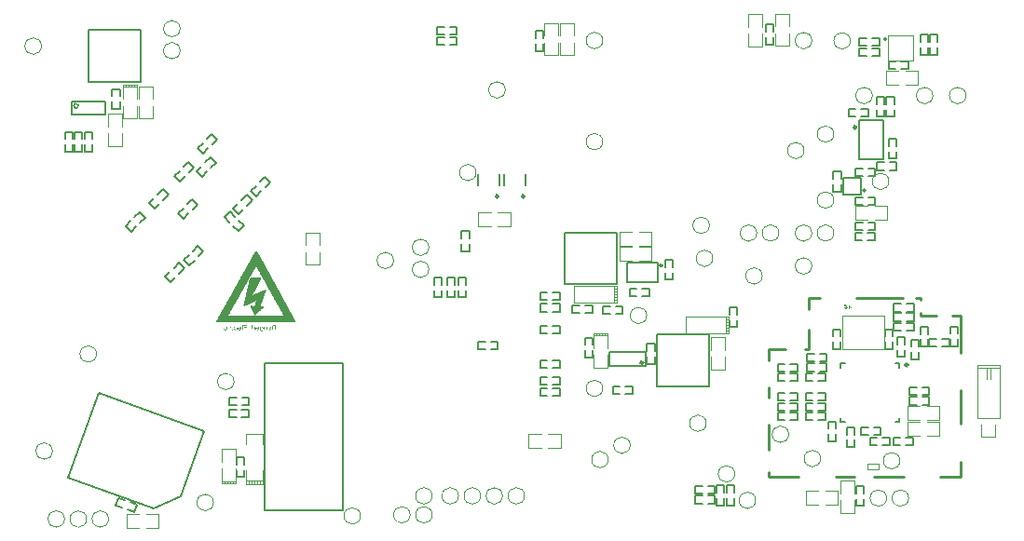
<source format=gbo>
G04 Layer_Color=32896*
%FSLAX25Y25*%
%MOIN*%
G70*
G01*
G75*
%ADD11C,0.00500*%
%ADD12C,0.00600*%
%ADD13C,0.01000*%
%ADD18C,0.00787*%
%ADD142C,0.00984*%
%ADD143C,0.00984*%
%ADD144C,0.00394*%
%ADD147C,0.00400*%
%ADD148C,0.00787*%
%ADD149C,0.00402*%
%ADD237C,0.00100*%
%ADD238C,0.00591*%
G36*
X94860Y74824D02*
X94907Y74813D01*
X94954Y74799D01*
X94996Y74782D01*
X95035Y74760D01*
X95071Y74738D01*
X95104Y74713D01*
X95135Y74691D01*
X95159Y74666D01*
X95182Y74643D01*
X95201Y74621D01*
X95218Y74602D01*
X95229Y74585D01*
X95237Y74574D01*
X95243Y74566D01*
X95245Y74563D01*
Y74796D01*
X95470D01*
Y73522D01*
X95245D01*
Y74281D01*
X95234Y74342D01*
X95218Y74394D01*
X95195Y74441D01*
X95170Y74483D01*
X95143Y74519D01*
X95112Y74549D01*
X95082Y74574D01*
X95049Y74594D01*
X95018Y74610D01*
X94988Y74624D01*
X94960Y74632D01*
X94935Y74641D01*
X94916Y74643D01*
X94899Y74646D01*
X94888Y74649D01*
X94885D01*
X94830Y74646D01*
X94780Y74635D01*
X94738Y74619D01*
X94705Y74596D01*
X94675Y74569D01*
X94650Y74538D01*
X94628Y74505D01*
X94614Y74472D01*
X94600Y74439D01*
X94592Y74405D01*
X94586Y74375D01*
X94581Y74347D01*
X94578Y74322D01*
Y74306D01*
Y74295D01*
Y74289D01*
Y73522D01*
X94356D01*
Y74325D01*
Y74372D01*
X94359Y74416D01*
X94364Y74455D01*
X94373Y74494D01*
X94395Y74563D01*
X94423Y74621D01*
X94456Y74668D01*
X94495Y74710D01*
X94536Y74743D01*
X94578Y74768D01*
X94619Y74790D01*
X94661Y74804D01*
X94700Y74815D01*
X94736Y74824D01*
X94766Y74826D01*
X94788Y74829D01*
X94808D01*
X94860Y74824D01*
D02*
G37*
G36*
X90675D02*
X90714Y74815D01*
X90750Y74801D01*
X90780Y74782D01*
X90811Y74763D01*
X90835Y74738D01*
X90860Y74716D01*
X90882Y74688D01*
X90916Y74641D01*
X90930Y74616D01*
X90938Y74596D01*
X90946Y74580D01*
X90952Y74566D01*
X90957Y74558D01*
Y74555D01*
X90968Y74563D01*
Y74796D01*
X91190D01*
Y73522D01*
X90968D01*
Y74195D01*
X90963Y74267D01*
X90952Y74328D01*
X90935Y74383D01*
X90916Y74430D01*
X90894Y74472D01*
X90869Y74505D01*
X90841Y74533D01*
X90813Y74558D01*
X90786Y74574D01*
X90758Y74588D01*
X90733Y74599D01*
X90711Y74607D01*
X90694Y74613D01*
X90677D01*
X90669Y74616D01*
X90667D01*
X90625Y74613D01*
X90589Y74607D01*
X90558Y74599D01*
X90531Y74591D01*
X90511Y74580D01*
X90497Y74572D01*
X90489Y74566D01*
X90486Y74563D01*
X90400Y74760D01*
X90437Y74782D01*
X90475Y74799D01*
X90514Y74813D01*
X90553Y74821D01*
X90583Y74826D01*
X90611Y74829D01*
X90633D01*
X90675Y74824D01*
D02*
G37*
G36*
X90162Y73522D02*
X89913D01*
Y73785D01*
X90162D01*
Y73522D01*
D02*
G37*
G36*
X85728Y74826D02*
X85777Y74818D01*
X85825Y74807D01*
X85872Y74793D01*
X85913Y74777D01*
X85952Y74757D01*
X86021Y74713D01*
X86082Y74660D01*
X86132Y74602D01*
X86176Y74541D01*
X86209Y74477D01*
X86237Y74416D01*
X86257Y74355D01*
X86273Y74300D01*
X86284Y74247D01*
X86293Y74206D01*
Y74189D01*
X86295Y74173D01*
X86298Y74161D01*
Y74153D01*
Y74148D01*
Y74145D01*
X86293Y74089D01*
X86287Y74034D01*
X86276Y73984D01*
X86262Y73937D01*
X86246Y73896D01*
X86226Y73854D01*
X86207Y73815D01*
X86185Y73782D01*
X86135Y73718D01*
X86079Y73666D01*
X86021Y73621D01*
X85960Y73588D01*
X85902Y73561D01*
X85844Y73538D01*
X85791Y73522D01*
X85741Y73511D01*
X85703Y73502D01*
X85686Y73500D01*
X85672D01*
X85661Y73497D01*
X85645D01*
X85561Y73502D01*
X85484Y73513D01*
X85414Y73533D01*
X85351Y73558D01*
X85298Y73585D01*
X85248Y73619D01*
X85207Y73652D01*
X85168Y73688D01*
X85137Y73724D01*
X85110Y73757D01*
X85091Y73790D01*
X85074Y73818D01*
X85060Y73843D01*
X85052Y73862D01*
X85049Y73874D01*
X85046Y73879D01*
X85284Y73921D01*
X85301Y73876D01*
X85320Y73840D01*
X85345Y73807D01*
X85370Y73779D01*
X85401Y73754D01*
X85431Y73735D01*
X85464Y73718D01*
X85495Y73704D01*
X85528Y73693D01*
X85556Y73688D01*
X85584Y73682D01*
X85609Y73677D01*
X85628D01*
X85642Y73674D01*
X85655D01*
X85725Y73682D01*
X85783Y73696D01*
X85836Y73718D01*
X85880Y73746D01*
X85919Y73779D01*
X85952Y73813D01*
X85980Y73851D01*
X86002Y73890D01*
X86018Y73929D01*
X86032Y73965D01*
X86041Y73998D01*
X86049Y74029D01*
X86052Y74056D01*
X86054Y74076D01*
X86057Y74087D01*
Y74092D01*
X85046D01*
Y74109D01*
Y74125D01*
Y74139D01*
Y74142D01*
Y74145D01*
X85049Y74206D01*
X85054Y74264D01*
X85063Y74317D01*
X85077Y74369D01*
X85091Y74416D01*
X85107Y74458D01*
X85127Y74499D01*
X85149Y74538D01*
X85171Y74572D01*
X85196Y74602D01*
X85248Y74657D01*
X85304Y74704D01*
X85362Y74740D01*
X85420Y74768D01*
X85475Y74790D01*
X85528Y74807D01*
X85575Y74818D01*
X85614Y74824D01*
X85645Y74826D01*
X85655Y74829D01*
X85672D01*
X85728Y74826D01*
D02*
G37*
G36*
X83381Y75189D02*
Y74796D01*
X83586D01*
Y74624D01*
X83381D01*
Y73818D01*
X83379Y73760D01*
X83370Y73710D01*
X83356Y73666D01*
X83337Y73627D01*
X83315Y73597D01*
X83290Y73571D01*
X83262Y73549D01*
X83235Y73533D01*
X83207Y73519D01*
X83179Y73511D01*
X83154Y73505D01*
X83129Y73500D01*
X83110Y73497D01*
X83082D01*
X83030Y73500D01*
X82982Y73505D01*
X82941Y73516D01*
X82908Y73527D01*
X82880Y73536D01*
X82858Y73547D01*
X82847Y73552D01*
X82841Y73555D01*
X82894Y73699D01*
X82930Y73682D01*
X82966Y73674D01*
X82980Y73668D01*
X82994D01*
X83002Y73666D01*
X83032D01*
X83057Y73671D01*
X83079Y73680D01*
X83099Y73693D01*
X83113Y73707D01*
X83126Y73724D01*
X83143Y73760D01*
X83154Y73799D01*
X83160Y73832D01*
Y73843D01*
Y73854D01*
Y73860D01*
Y73862D01*
Y74624D01*
X82875D01*
Y74796D01*
X83160D01*
Y75258D01*
X83381Y75189D01*
D02*
G37*
G36*
X98650Y73522D02*
X97979D01*
X97902Y73527D01*
X97833Y73538D01*
X97766Y73552D01*
X97705Y73571D01*
X97647Y73594D01*
X97594Y73621D01*
X97547Y73649D01*
X97503Y73682D01*
X97461Y73716D01*
X97425Y73754D01*
X97389Y73793D01*
X97362Y73832D01*
X97334Y73874D01*
X97309Y73915D01*
X97287Y73957D01*
X97251Y74042D01*
X97226Y74123D01*
X97206Y74200D01*
X97195Y74270D01*
X97193Y74300D01*
X97190Y74328D01*
X97187Y74350D01*
X97184Y74372D01*
Y74389D01*
Y74400D01*
Y74408D01*
Y74411D01*
X97187Y74488D01*
X97198Y74560D01*
X97209Y74627D01*
X97229Y74691D01*
X97248Y74752D01*
X97273Y74804D01*
X97301Y74857D01*
X97328Y74904D01*
X97362Y74948D01*
X97395Y74987D01*
X97431Y75023D01*
X97470Y75056D01*
X97508Y75087D01*
X97547Y75114D01*
X97589Y75139D01*
X97630Y75161D01*
X97711Y75197D01*
X97788Y75225D01*
X97860Y75245D01*
X97927Y75258D01*
X97954Y75264D01*
X97979Y75267D01*
X98004Y75270D01*
X98024Y75272D01*
X98037Y75275D01*
X98650D01*
Y73522D01*
D02*
G37*
G36*
X81761D02*
X81528D01*
Y74796D01*
X81761D01*
Y73522D01*
D02*
G37*
G36*
X302806Y82186D02*
X303091D01*
X303124Y82033D01*
X302842D01*
X302928Y81604D01*
X303210D01*
X303244Y81449D01*
X302961D01*
X303072Y80931D01*
X302911D01*
X302798Y81449D01*
X302499D01*
X302609Y80931D01*
X302446D01*
X302335Y81449D01*
X302061D01*
X302028Y81604D01*
X302302D01*
X302208Y82033D01*
X301942D01*
X301908Y82186D01*
X302183D01*
X302069Y82684D01*
X302233D01*
X302343Y82186D01*
X302645D01*
X302543Y82684D01*
X302703D01*
X302806Y82186D01*
D02*
G37*
G36*
X304651Y81432D02*
Y81277D01*
X303812D01*
Y80948D01*
X303604D01*
Y81277D01*
X303329D01*
Y81477D01*
X303604D01*
Y82701D01*
X303759D01*
X304651Y81432D01*
D02*
G37*
G36*
X88387Y73522D02*
X87060D01*
Y73716D01*
X88148D01*
Y74333D01*
X87154D01*
Y74522D01*
X88148D01*
Y75078D01*
X87093D01*
Y75275D01*
X88387Y75283D01*
Y73522D01*
D02*
G37*
G36*
X86769D02*
X86536D01*
Y75319D01*
X86769D01*
Y73522D01*
D02*
G37*
G36*
X82179Y74824D02*
X82218Y74815D01*
X82254Y74801D01*
X82284Y74782D01*
X82315Y74763D01*
X82340Y74738D01*
X82365Y74716D01*
X82387Y74688D01*
X82420Y74641D01*
X82434Y74616D01*
X82442Y74596D01*
X82451Y74580D01*
X82456Y74566D01*
X82462Y74558D01*
Y74555D01*
X82473Y74563D01*
Y74796D01*
X82694D01*
Y73522D01*
X82473D01*
Y74195D01*
X82467Y74267D01*
X82456Y74328D01*
X82440Y74383D01*
X82420Y74430D01*
X82398Y74472D01*
X82373Y74505D01*
X82345Y74533D01*
X82318Y74558D01*
X82290Y74574D01*
X82262Y74588D01*
X82237Y74599D01*
X82215Y74607D01*
X82199Y74613D01*
X82182D01*
X82174Y74616D01*
X82171D01*
X82129Y74613D01*
X82093Y74607D01*
X82063Y74599D01*
X82035Y74591D01*
X82016Y74580D01*
X82002Y74572D01*
X81994Y74566D01*
X81991Y74563D01*
X81905Y74760D01*
X81941Y74782D01*
X81980Y74799D01*
X82019Y74813D01*
X82057Y74821D01*
X82088Y74826D01*
X82116Y74829D01*
X82138D01*
X82179Y74824D01*
D02*
G37*
G36*
X96417Y74826D02*
X96497Y74815D01*
X96567Y74799D01*
X96630Y74777D01*
X96686Y74749D01*
X96733Y74716D01*
X96774Y74682D01*
X96810Y74649D01*
X96838Y74613D01*
X96863Y74580D01*
X96882Y74547D01*
X96896Y74519D01*
X96907Y74497D01*
X96913Y74477D01*
X96918Y74466D01*
Y74461D01*
X96705Y74419D01*
X96691Y74461D01*
X96672Y74497D01*
X96650Y74530D01*
X96622Y74558D01*
X96592Y74580D01*
X96561Y74599D01*
X96531Y74616D01*
X96497Y74627D01*
X96467Y74638D01*
X96436Y74643D01*
X96409Y74649D01*
X96386Y74655D01*
X96364D01*
X96351Y74657D01*
X96276D01*
X96220Y74652D01*
X96176Y74638D01*
X96137Y74624D01*
X96104Y74602D01*
X96079Y74580D01*
X96057Y74555D01*
X96040Y74530D01*
X96029Y74505D01*
X96021Y74480D01*
X96015Y74458D01*
X96013Y74436D01*
X96010Y74416D01*
Y74402D01*
Y74394D01*
Y74391D01*
X96026Y74378D01*
X96051Y74364D01*
X96079Y74350D01*
X96115Y74339D01*
X96154Y74328D01*
X96195Y74317D01*
X96279Y74295D01*
X96320Y74286D01*
X96362Y74278D01*
X96398Y74272D01*
X96431Y74267D01*
X96459Y74261D01*
X96478Y74259D01*
X96492Y74256D01*
X96497D01*
X96578Y74242D01*
X96647Y74222D01*
X96708Y74200D01*
X96760Y74170D01*
X96805Y74139D01*
X96844Y74103D01*
X96874Y74070D01*
X96899Y74034D01*
X96918Y73998D01*
X96932Y73965D01*
X96943Y73934D01*
X96952Y73907D01*
X96957Y73884D01*
X96960Y73868D01*
Y73854D01*
Y73851D01*
X96952Y73790D01*
X96938Y73741D01*
X96916Y73693D01*
X96888Y73655D01*
X96857Y73619D01*
X96824Y73591D01*
X96785Y73566D01*
X96749Y73547D01*
X96711Y73533D01*
X96675Y73519D01*
X96641Y73511D01*
X96611Y73505D01*
X96586Y73500D01*
X96567D01*
X96556Y73497D01*
X96550D01*
X96478Y73502D01*
X96412Y73511D01*
X96351Y73524D01*
X96295Y73541D01*
X96245Y73561D01*
X96201Y73583D01*
X96159Y73607D01*
X96126Y73630D01*
X96096Y73655D01*
X96068Y73677D01*
X96049Y73699D01*
X96032Y73718D01*
X96018Y73735D01*
X96010Y73746D01*
X96004Y73754D01*
X96001Y73757D01*
X95999Y73702D01*
X95990Y73655D01*
X95979Y73613D01*
X95965Y73580D01*
X95954Y73555D01*
X95943Y73536D01*
X95935Y73524D01*
X95932Y73522D01*
X95719D01*
X95741Y73571D01*
X95758Y73619D01*
X95772Y73666D01*
X95780Y73710D01*
X95785Y73746D01*
X95788Y73777D01*
Y73788D01*
Y73796D01*
Y73799D01*
Y73801D01*
Y73909D01*
Y74012D01*
Y74059D01*
Y74103D01*
Y74145D01*
Y74184D01*
Y74220D01*
Y74250D01*
Y74278D01*
Y74300D01*
Y74317D01*
Y74331D01*
Y74339D01*
Y74342D01*
Y74389D01*
X95791Y74430D01*
X95794Y74472D01*
X95802Y74511D01*
X95827Y74577D01*
X95860Y74635D01*
X95902Y74682D01*
X95946Y74721D01*
X95996Y74752D01*
X96049Y74777D01*
X96098Y74796D01*
X96151Y74810D01*
X96198Y74818D01*
X96240Y74826D01*
X96276Y74829D01*
X96328D01*
X96417Y74826D01*
D02*
G37*
G36*
X90135Y74023D02*
X89946D01*
X89905Y75283D01*
X90171D01*
X90135Y74023D01*
D02*
G37*
G36*
X81761Y75045D02*
X81528D01*
Y75292D01*
X81761D01*
Y75045D01*
D02*
G37*
G36*
X93608Y74826D02*
X93652Y74818D01*
X93697Y74807D01*
X93736Y74796D01*
X93810Y74763D01*
X93871Y74718D01*
X93927Y74671D01*
X93971Y74619D01*
X94007Y74560D01*
X94038Y74502D01*
X94063Y74444D01*
X94082Y74389D01*
X94093Y74336D01*
X94104Y74292D01*
X94110Y74250D01*
X94112Y74222D01*
X94115Y74209D01*
Y74203D01*
Y74198D01*
Y74195D01*
X94112Y74139D01*
X94107Y74089D01*
X94101Y74040D01*
X94090Y73995D01*
X94076Y73954D01*
X94063Y73912D01*
X94046Y73876D01*
X94029Y73843D01*
X93988Y73782D01*
X93943Y73732D01*
X93896Y73691D01*
X93846Y73657D01*
X93797Y73630D01*
X93749Y73610D01*
X93705Y73594D01*
X93666Y73585D01*
X93630Y73577D01*
X93605Y73574D01*
X93589Y73571D01*
X93583D01*
X93525Y73574D01*
X93470Y73583D01*
X93423Y73594D01*
X93375Y73607D01*
X93337Y73624D01*
X93301Y73644D01*
X93270Y73666D01*
X93243Y73688D01*
X93218Y73707D01*
X93198Y73729D01*
X93182Y73749D01*
X93168Y73765D01*
X93157Y73779D01*
X93151Y73790D01*
X93146Y73799D01*
Y73633D01*
X93148Y73561D01*
X93160Y73497D01*
X93176Y73444D01*
X93201Y73397D01*
X93229Y73358D01*
X93262Y73325D01*
X93295Y73300D01*
X93331Y73278D01*
X93367Y73261D01*
X93401Y73250D01*
X93434Y73242D01*
X93461Y73236D01*
X93486Y73234D01*
X93506Y73231D01*
X93522D01*
X93567Y73234D01*
X93605Y73239D01*
X93644Y73247D01*
X93678Y73259D01*
X93708Y73272D01*
X93736Y73286D01*
X93763Y73300D01*
X93786Y73314D01*
X93805Y73328D01*
X93822Y73342D01*
X93846Y73366D01*
X93860Y73386D01*
X93866Y73389D01*
Y73391D01*
X94071Y73358D01*
X94046Y73308D01*
X94015Y73261D01*
X93982Y73223D01*
X93943Y73189D01*
X93899Y73159D01*
X93858Y73137D01*
X93810Y73115D01*
X93766Y73101D01*
X93725Y73087D01*
X93683Y73079D01*
X93647Y73070D01*
X93614Y73065D01*
X93586Y73062D01*
X93564Y73059D01*
X93486D01*
X93431Y73062D01*
X93378Y73067D01*
X93328Y73076D01*
X93284Y73089D01*
X93240Y73106D01*
X93201Y73126D01*
X93168Y73148D01*
X93134Y73170D01*
X93104Y73195D01*
X93079Y73223D01*
X93054Y73250D01*
X93013Y73311D01*
X92982Y73375D01*
X92957Y73436D01*
X92941Y73500D01*
X92927Y73555D01*
X92921Y73607D01*
X92916Y73652D01*
Y73671D01*
Y73685D01*
Y73699D01*
Y73707D01*
Y73713D01*
Y73716D01*
Y74796D01*
X93146D01*
Y74607D01*
X93168Y74646D01*
X93195Y74679D01*
X93226Y74707D01*
X93256Y74732D01*
X93290Y74754D01*
X93326Y74771D01*
X93359Y74788D01*
X93392Y74799D01*
X93456Y74815D01*
X93484Y74821D01*
X93508Y74824D01*
X93531Y74826D01*
X93545Y74829D01*
X93558D01*
X93608Y74826D01*
D02*
G37*
G36*
X84293D02*
X84345Y74818D01*
X84392Y74807D01*
X84437Y74793D01*
X84478Y74777D01*
X84517Y74757D01*
X84586Y74716D01*
X84645Y74663D01*
X84694Y74607D01*
X84736Y74547D01*
X84769Y74486D01*
X84794Y74425D01*
X84816Y74366D01*
X84830Y74311D01*
X84841Y74261D01*
X84850Y74222D01*
X84852Y74203D01*
Y74189D01*
X84855Y74178D01*
Y74170D01*
Y74164D01*
Y74161D01*
X84852Y74103D01*
X84844Y74048D01*
X84836Y73995D01*
X84825Y73948D01*
X84808Y73901D01*
X84791Y73860D01*
X84772Y73821D01*
X84753Y73785D01*
X84730Y73752D01*
X84705Y73721D01*
X84653Y73666D01*
X84597Y73621D01*
X84542Y73585D01*
X84484Y73558D01*
X84431Y73536D01*
X84379Y73522D01*
X84334Y73511D01*
X84295Y73502D01*
X84265Y73500D01*
X84254Y73497D01*
X84196D01*
X84151Y73500D01*
X84071Y73511D01*
X83999Y73533D01*
X83938Y73561D01*
X83883Y73594D01*
X83833Y73633D01*
X83791Y73677D01*
X83755Y73718D01*
X83728Y73763D01*
X83703Y73807D01*
X83683Y73846D01*
X83669Y73882D01*
X83658Y73912D01*
X83653Y73937D01*
X83647Y73951D01*
Y73957D01*
X83888Y73990D01*
X83897Y73937D01*
X83913Y73890D01*
X83933Y73851D01*
X83955Y73815D01*
X83982Y73785D01*
X84010Y73760D01*
X84041Y73741D01*
X84071Y73724D01*
X84102Y73710D01*
X84132Y73702D01*
X84160Y73693D01*
X84182Y73688D01*
X84204Y73685D01*
X84218Y73682D01*
X84232D01*
X84298Y73688D01*
X84356Y73704D01*
X84406Y73729D01*
X84451Y73760D01*
X84487Y73796D01*
X84520Y73838D01*
X84545Y73882D01*
X84564Y73926D01*
X84581Y73970D01*
X84595Y74012D01*
X84603Y74054D01*
X84609Y74087D01*
X84614Y74117D01*
X84617Y74142D01*
Y74156D01*
Y74161D01*
X84611Y74245D01*
X84597Y74317D01*
X84578Y74380D01*
X84553Y74436D01*
X84523Y74483D01*
X84492Y74522D01*
X84456Y74555D01*
X84420Y74583D01*
X84387Y74602D01*
X84351Y74619D01*
X84320Y74630D01*
X84290Y74638D01*
X84268Y74643D01*
X84248Y74646D01*
X84234Y74649D01*
X84232D01*
X84187Y74643D01*
X84146Y74632D01*
X84107Y74619D01*
X84074Y74602D01*
X84043Y74580D01*
X84016Y74558D01*
X83991Y74533D01*
X83971Y74511D01*
X83952Y74486D01*
X83938Y74463D01*
X83924Y74441D01*
X83913Y74422D01*
X83905Y74405D01*
X83899Y74394D01*
X83897Y74386D01*
Y74383D01*
X83664Y74427D01*
X83694Y74497D01*
X83728Y74555D01*
X83769Y74607D01*
X83814Y74652D01*
X83858Y74691D01*
X83908Y74724D01*
X83955Y74752D01*
X84005Y74774D01*
X84052Y74790D01*
X84093Y74804D01*
X84135Y74813D01*
X84168Y74821D01*
X84198Y74826D01*
X84221Y74829D01*
X84240D01*
X84293Y74826D01*
D02*
G37*
G36*
X80717D02*
X80769Y74818D01*
X80816Y74807D01*
X80861Y74793D01*
X80902Y74777D01*
X80941Y74757D01*
X81010Y74716D01*
X81068Y74663D01*
X81118Y74607D01*
X81160Y74547D01*
X81193Y74486D01*
X81218Y74425D01*
X81240Y74366D01*
X81254Y74311D01*
X81265Y74261D01*
X81273Y74222D01*
X81276Y74203D01*
Y74189D01*
X81279Y74178D01*
Y74170D01*
Y74164D01*
Y74161D01*
X81276Y74103D01*
X81268Y74048D01*
X81260Y73995D01*
X81248Y73948D01*
X81232Y73901D01*
X81215Y73860D01*
X81196Y73821D01*
X81176Y73785D01*
X81154Y73752D01*
X81129Y73721D01*
X81077Y73666D01*
X81021Y73621D01*
X80966Y73585D01*
X80908Y73558D01*
X80855Y73536D01*
X80803Y73522D01*
X80758Y73511D01*
X80719Y73502D01*
X80689Y73500D01*
X80678Y73497D01*
X80620D01*
X80575Y73500D01*
X80495Y73511D01*
X80423Y73533D01*
X80362Y73561D01*
X80307Y73594D01*
X80257Y73633D01*
X80215Y73677D01*
X80179Y73718D01*
X80151Y73763D01*
X80127Y73807D01*
X80107Y73846D01*
X80093Y73882D01*
X80082Y73912D01*
X80077Y73937D01*
X80071Y73951D01*
Y73957D01*
X80312Y73990D01*
X80321Y73937D01*
X80337Y73890D01*
X80357Y73851D01*
X80379Y73815D01*
X80406Y73785D01*
X80434Y73760D01*
X80465Y73741D01*
X80495Y73724D01*
X80525Y73710D01*
X80556Y73702D01*
X80584Y73693D01*
X80606Y73688D01*
X80628Y73685D01*
X80642Y73682D01*
X80656D01*
X80722Y73688D01*
X80780Y73704D01*
X80830Y73729D01*
X80875Y73760D01*
X80910Y73796D01*
X80944Y73838D01*
X80969Y73882D01*
X80988Y73926D01*
X81005Y73970D01*
X81019Y74012D01*
X81027Y74054D01*
X81032Y74087D01*
X81038Y74117D01*
X81041Y74142D01*
Y74156D01*
Y74161D01*
X81035Y74245D01*
X81021Y74317D01*
X81002Y74380D01*
X80977Y74436D01*
X80946Y74483D01*
X80916Y74522D01*
X80880Y74555D01*
X80844Y74583D01*
X80811Y74602D01*
X80775Y74619D01*
X80744Y74630D01*
X80714Y74638D01*
X80692Y74643D01*
X80672Y74646D01*
X80659Y74649D01*
X80656D01*
X80611Y74643D01*
X80570Y74632D01*
X80531Y74619D01*
X80498Y74602D01*
X80467Y74580D01*
X80440Y74558D01*
X80415Y74533D01*
X80395Y74511D01*
X80376Y74486D01*
X80362Y74463D01*
X80348Y74441D01*
X80337Y74422D01*
X80329Y74405D01*
X80323Y74394D01*
X80321Y74386D01*
Y74383D01*
X80088Y74427D01*
X80118Y74497D01*
X80151Y74555D01*
X80193Y74607D01*
X80237Y74652D01*
X80282Y74691D01*
X80332Y74724D01*
X80379Y74752D01*
X80428Y74774D01*
X80476Y74790D01*
X80517Y74804D01*
X80559Y74813D01*
X80592Y74821D01*
X80623Y74826D01*
X80645Y74829D01*
X80664D01*
X80717Y74826D01*
D02*
G37*
G36*
X92104D02*
X92154Y74818D01*
X92201Y74807D01*
X92248Y74793D01*
X92290Y74777D01*
X92329Y74757D01*
X92398Y74713D01*
X92459Y74660D01*
X92509Y74602D01*
X92553Y74541D01*
X92586Y74477D01*
X92614Y74416D01*
X92633Y74355D01*
X92650Y74300D01*
X92661Y74247D01*
X92669Y74206D01*
Y74189D01*
X92672Y74173D01*
X92675Y74161D01*
Y74153D01*
Y74148D01*
Y74145D01*
X92669Y74089D01*
X92664Y74034D01*
X92653Y73984D01*
X92639Y73937D01*
X92622Y73896D01*
X92603Y73854D01*
X92583Y73815D01*
X92561Y73782D01*
X92511Y73718D01*
X92456Y73666D01*
X92398Y73621D01*
X92337Y73588D01*
X92279Y73561D01*
X92220Y73538D01*
X92168Y73522D01*
X92118Y73511D01*
X92079Y73502D01*
X92062Y73500D01*
X92049D01*
X92038Y73497D01*
X92021D01*
X91938Y73502D01*
X91860Y73513D01*
X91791Y73533D01*
X91727Y73558D01*
X91675Y73585D01*
X91625Y73619D01*
X91583Y73652D01*
X91545Y73688D01*
X91514Y73724D01*
X91486Y73757D01*
X91467Y73790D01*
X91450Y73818D01*
X91436Y73843D01*
X91428Y73862D01*
X91426Y73874D01*
X91423Y73879D01*
X91661Y73921D01*
X91677Y73876D01*
X91697Y73840D01*
X91722Y73807D01*
X91747Y73779D01*
X91777Y73754D01*
X91808Y73735D01*
X91841Y73718D01*
X91871Y73704D01*
X91905Y73693D01*
X91932Y73688D01*
X91960Y73682D01*
X91985Y73677D01*
X92004D01*
X92018Y73674D01*
X92032D01*
X92101Y73682D01*
X92159Y73696D01*
X92212Y73718D01*
X92256Y73746D01*
X92295Y73779D01*
X92329Y73813D01*
X92356Y73851D01*
X92378Y73890D01*
X92395Y73929D01*
X92409Y73965D01*
X92417Y73998D01*
X92425Y74029D01*
X92428Y74056D01*
X92431Y74076D01*
X92434Y74087D01*
Y74092D01*
X91423D01*
Y74109D01*
Y74125D01*
Y74139D01*
Y74142D01*
Y74145D01*
X91426Y74206D01*
X91431Y74264D01*
X91439Y74317D01*
X91453Y74369D01*
X91467Y74416D01*
X91484Y74458D01*
X91503Y74499D01*
X91525Y74538D01*
X91547Y74572D01*
X91572Y74602D01*
X91625Y74657D01*
X91680Y74704D01*
X91738Y74740D01*
X91797Y74768D01*
X91852Y74790D01*
X91905Y74807D01*
X91952Y74818D01*
X91991Y74824D01*
X92021Y74826D01*
X92032Y74829D01*
X92049D01*
X92104Y74826D01*
D02*
G37*
%LPC*%
G36*
X85667Y74657D02*
X85664D01*
X85597Y74649D01*
X85542Y74635D01*
X85492Y74613D01*
X85448Y74585D01*
X85412Y74555D01*
X85378Y74522D01*
X85354Y74483D01*
X85331Y74447D01*
X85315Y74408D01*
X85301Y74372D01*
X85293Y74339D01*
X85284Y74308D01*
X85279Y74283D01*
Y74264D01*
X85276Y74253D01*
Y74247D01*
X86057D01*
X86049Y74317D01*
X86032Y74378D01*
X86013Y74430D01*
X85985Y74477D01*
X85955Y74516D01*
X85922Y74549D01*
X85886Y74577D01*
X85852Y74599D01*
X85816Y74619D01*
X85783Y74632D01*
X85750Y74641D01*
X85722Y74649D01*
X85697Y74655D01*
X85681D01*
X85667Y74657D01*
D02*
G37*
G36*
X98420Y75078D02*
X98068D01*
X98010Y75076D01*
X97957Y75067D01*
X97907Y75059D01*
X97860Y75045D01*
X97816Y75029D01*
X97777Y75009D01*
X97738Y74990D01*
X97702Y74965D01*
X97641Y74915D01*
X97589Y74857D01*
X97547Y74796D01*
X97511Y74732D01*
X97483Y74671D01*
X97464Y74610D01*
X97447Y74555D01*
X97436Y74502D01*
X97431Y74461D01*
X97428Y74444D01*
Y74427D01*
X97425Y74416D01*
Y74408D01*
Y74402D01*
Y74400D01*
X97428Y74339D01*
X97434Y74281D01*
X97442Y74225D01*
X97453Y74175D01*
X97467Y74125D01*
X97483Y74084D01*
X97503Y74042D01*
X97525Y74004D01*
X97550Y73970D01*
X97575Y73937D01*
X97628Y73882D01*
X97686Y73838D01*
X97747Y73801D01*
X97808Y73774D01*
X97866Y73752D01*
X97918Y73738D01*
X97968Y73727D01*
X98010Y73721D01*
X98026Y73718D01*
X98040D01*
X98051Y73716D01*
X98420D01*
Y75078D01*
D02*
G37*
G36*
X302703Y82033D02*
X302404D01*
X302490Y81604D01*
X302789D01*
X302703Y82033D01*
D02*
G37*
G36*
X303812Y82299D02*
Y81477D01*
X304393D01*
X303812Y82299D01*
D02*
G37*
G36*
X95993Y74247D02*
Y74067D01*
X96004Y74001D01*
X96024Y73943D01*
X96049Y73890D01*
X96079Y73846D01*
X96115Y73810D01*
X96154Y73777D01*
X96195Y73752D01*
X96237Y73729D01*
X96279Y73713D01*
X96317Y73699D01*
X96356Y73691D01*
X96389Y73682D01*
X96417Y73677D01*
X96436D01*
X96450Y73674D01*
X96506D01*
X96550Y73680D01*
X96589Y73688D01*
X96622Y73699D01*
X96650Y73713D01*
X96672Y73729D01*
X96691Y73746D01*
X96705Y73765D01*
X96716Y73782D01*
X96724Y73801D01*
X96736Y73832D01*
X96738Y73843D01*
Y73854D01*
Y73860D01*
Y73862D01*
Y73898D01*
X96727Y73932D01*
X96711Y73962D01*
X96691Y73990D01*
X96663Y74012D01*
X96633Y74034D01*
X96569Y74067D01*
X96503Y74089D01*
X96472Y74101D01*
X96445Y74106D01*
X96420Y74112D01*
X96403Y74114D01*
X96389Y74117D01*
X96386D01*
X96334Y74125D01*
X96287Y74134D01*
X96242Y74142D01*
X96201Y74153D01*
X96168Y74164D01*
X96135Y74175D01*
X96107Y74186D01*
X96082Y74195D01*
X96060Y74206D01*
X96040Y74217D01*
X96026Y74225D01*
X96013Y74234D01*
X96004Y74239D01*
X95999Y74245D01*
X95993Y74247D01*
D02*
G37*
G36*
X93500Y74649D02*
X93497D01*
X93439Y74641D01*
X93389Y74627D01*
X93342Y74607D01*
X93304Y74583D01*
X93270Y74555D01*
X93243Y74524D01*
X93218Y74491D01*
X93198Y74461D01*
X93184Y74427D01*
X93171Y74397D01*
X93162Y74366D01*
X93154Y74342D01*
X93151Y74319D01*
X93148Y74303D01*
X93146Y74292D01*
Y74289D01*
Y74153D01*
X93151Y74081D01*
X93162Y74020D01*
X93182Y73965D01*
X93207Y73918D01*
X93231Y73879D01*
X93262Y73846D01*
X93295Y73818D01*
X93328Y73796D01*
X93362Y73777D01*
X93395Y73765D01*
X93423Y73754D01*
X93450Y73749D01*
X93472Y73743D01*
X93492Y73741D01*
X93506D01*
X93569Y73746D01*
X93628Y73763D01*
X93678Y73785D01*
X93719Y73815D01*
X93755Y73848D01*
X93786Y73887D01*
X93813Y73929D01*
X93833Y73970D01*
X93849Y74012D01*
X93860Y74054D01*
X93869Y74092D01*
X93874Y74125D01*
X93880Y74153D01*
X93882Y74175D01*
Y74189D01*
Y74195D01*
X93874Y74272D01*
X93860Y74339D01*
X93841Y74400D01*
X93816Y74450D01*
X93786Y74494D01*
X93752Y74530D01*
X93719Y74560D01*
X93683Y74585D01*
X93650Y74605D01*
X93614Y74621D01*
X93583Y74632D01*
X93556Y74641D01*
X93531Y74643D01*
X93514Y74646D01*
X93500Y74649D01*
D02*
G37*
G36*
X92043Y74657D02*
X92040D01*
X91974Y74649D01*
X91918Y74635D01*
X91869Y74613D01*
X91824Y74585D01*
X91788Y74555D01*
X91755Y74522D01*
X91730Y74483D01*
X91708Y74447D01*
X91691Y74408D01*
X91677Y74372D01*
X91669Y74339D01*
X91661Y74308D01*
X91655Y74283D01*
Y74264D01*
X91653Y74253D01*
Y74247D01*
X92434D01*
X92425Y74317D01*
X92409Y74378D01*
X92389Y74430D01*
X92362Y74477D01*
X92331Y74516D01*
X92298Y74549D01*
X92262Y74577D01*
X92229Y74599D01*
X92193Y74619D01*
X92159Y74632D01*
X92126Y74641D01*
X92099Y74649D01*
X92074Y74655D01*
X92057D01*
X92043Y74657D01*
D02*
G37*
%LPD*%
D11*
X309579Y123600D02*
G03*
X309579Y123600I-500J0D01*
G01*
X26821Y154581D02*
G03*
X27912Y154071I292J-797D01*
G01*
Y154071D02*
G03*
X26821Y154581I-810J-311D01*
G01*
X317150Y177683D02*
G03*
X317150Y177683I-500J0D01*
G01*
X307898Y122088D02*
Y128112D01*
X301598D02*
X307898D01*
X301598Y122088D02*
X307898D01*
X301598D02*
Y128112D01*
X217793Y60610D02*
X230793D01*
Y65610D01*
X217793D02*
X230793D01*
X217793Y60610D02*
Y65610D01*
X224348Y97700D02*
X235348D01*
Y90700D02*
Y97700D01*
X224348Y90700D02*
X235348D01*
X224348Y92200D02*
Y96200D01*
Y97700D01*
Y90700D02*
Y92200D01*
X24191Y20700D02*
X35233Y51036D01*
X72968Y37302D01*
X64486Y13998D02*
X72968Y37302D01*
X54894Y9525D02*
X64486Y13998D01*
X24191Y20700D02*
X54894Y9525D01*
X25547Y150587D02*
Y155312D01*
Y150587D02*
X37752D01*
Y155312D01*
X25547D02*
X37752D01*
D12*
X317070Y157043D02*
X319826D01*
X317070Y149956D02*
X319826D01*
Y152515D01*
Y154484D02*
Y157043D01*
X317070Y149956D02*
Y152515D01*
Y154484D02*
Y157043D01*
X298070Y123157D02*
X300826D01*
X298070Y130244D02*
X300826D01*
X298070Y127685D02*
Y130244D01*
Y123157D02*
Y125716D01*
X300826Y127685D02*
Y130244D01*
Y123157D02*
Y125716D01*
X278104Y41253D02*
Y44009D01*
X285191Y41253D02*
Y44009D01*
X282632D02*
X285191D01*
X278104D02*
X280663D01*
X282632Y41253D02*
X285191D01*
X278104D02*
X280663D01*
X278104Y44753D02*
Y47509D01*
X285191Y44753D02*
Y47509D01*
X282632D02*
X285191D01*
X278104D02*
X280663D01*
X282632Y44753D02*
X285191D01*
X278104D02*
X280663D01*
X278104Y55253D02*
Y58009D01*
X285191Y55253D02*
Y58009D01*
X282632D02*
X285191D01*
X278104D02*
X280663D01*
X282632Y55253D02*
X285191D01*
X278104D02*
X280663D01*
X278104Y58753D02*
Y61509D01*
X285191Y58753D02*
Y61509D01*
X282632D02*
X285191D01*
X278104D02*
X280663D01*
X282632Y58753D02*
X285191D01*
X278104D02*
X280663D01*
X288661Y62239D02*
Y64995D01*
X295748Y62239D02*
Y64995D01*
X293189D02*
X295748D01*
X288661D02*
X291220D01*
X293189Y62239D02*
X295748D01*
X288661D02*
X291220D01*
X302970Y38743D02*
X305726D01*
X302970Y31656D02*
X305726D01*
Y34215D01*
Y36184D02*
Y38743D01*
X302970Y31656D02*
Y34215D01*
Y36184D02*
Y38743D01*
X299026Y33757D02*
Y36316D01*
Y38285D02*
Y40844D01*
X296270Y33757D02*
Y36316D01*
Y38285D02*
Y40844D01*
X299026D01*
X296270Y33757D02*
X299026D01*
X306322Y15083D02*
Y17642D01*
Y10556D02*
Y13115D01*
X309078Y15083D02*
Y17642D01*
Y10556D02*
Y13115D01*
X306322Y10556D02*
X309078D01*
X306322Y17642D02*
X309078D01*
X329832Y49578D02*
X332391D01*
X325304D02*
X327864D01*
X329832Y46822D02*
X332391D01*
X325304D02*
X327864D01*
X325304D02*
Y49578D01*
X332391Y46822D02*
Y49578D01*
X307922Y35921D02*
X310481D01*
X312449D02*
X315008D01*
X307922Y38677D02*
X310481D01*
X312449D02*
X315008D01*
Y35921D02*
Y38677D01*
X307922Y35921D02*
Y38677D01*
X319757Y73421D02*
X322316D01*
X324285D02*
X326844D01*
X319757Y76177D02*
X322316D01*
X324285D02*
X326844D01*
Y73421D02*
Y76177D01*
X319757Y73421D02*
Y76177D01*
Y76821D02*
Y79577D01*
X326844Y76821D02*
Y79577D01*
X324285D02*
X326844D01*
X319757D02*
X322316D01*
X324285Y76821D02*
X326844D01*
X319757D02*
X322316D01*
X318291Y32222D02*
Y34978D01*
X311204Y32222D02*
Y34978D01*
Y32222D02*
X313763D01*
X315732D02*
X318291D01*
X311204Y34978D02*
X313763D01*
X315732D02*
X318291D01*
X310432Y121178D02*
X312991D01*
X305904D02*
X308464D01*
X310432Y118422D02*
X312991D01*
X305904D02*
X308464D01*
X305904D02*
Y121178D01*
X312991Y118422D02*
Y121178D01*
X310432Y131478D02*
X312991D01*
X305904D02*
X308464D01*
X310432Y128722D02*
X312991D01*
X305904D02*
X308464D01*
X305904D02*
Y131478D01*
X312991Y128722D02*
Y131478D01*
X324032Y34978D02*
X326591D01*
X319504D02*
X322063D01*
X324032Y32222D02*
X326591D01*
X319504D02*
X322063D01*
X319504D02*
Y34978D01*
X326591Y32222D02*
Y34978D01*
X282632Y51009D02*
X285191D01*
X278104D02*
X280663D01*
X282632Y48253D02*
X285191D01*
X278104D02*
X280663D01*
X278104D02*
Y51009D01*
X285191Y48253D02*
Y51009D01*
X41292Y10827D02*
X43697Y9952D01*
X45547Y9278D02*
X47951Y8403D01*
X42235Y13417D02*
X44640Y12541D01*
X46489Y11868D02*
X48894Y10993D01*
X47951Y8403D02*
X48894Y10993D01*
X41292Y10827D02*
X42235Y13417D01*
X293170Y61532D02*
X295729D01*
X288642D02*
X291201D01*
X293170Y58777D02*
X295729D01*
X288642D02*
X291201D01*
X288642D02*
Y61532D01*
X295729Y58777D02*
Y61532D01*
X292677Y58009D02*
X295236D01*
X288149D02*
X290708D01*
X292677Y55253D02*
X295236D01*
X288149D02*
X290708D01*
X288149D02*
Y58009D01*
X295236Y55253D02*
Y58009D01*
X292677Y51009D02*
X295236D01*
X288149D02*
X290708D01*
X292677Y48253D02*
X295236D01*
X288149D02*
X290708D01*
X288149D02*
Y51009D01*
X295236Y48253D02*
Y51009D01*
X292677Y47509D02*
X295236D01*
X288149D02*
X290708D01*
X292677Y44753D02*
X295236D01*
X288149D02*
X290708D01*
X288149D02*
Y47509D01*
X295236Y44753D02*
Y47509D01*
X292677Y44009D02*
X295236D01*
X288149D02*
X290708D01*
X292677Y41253D02*
X295236D01*
X288149D02*
X290708D01*
X288149D02*
Y44009D01*
X295236Y41253D02*
Y44009D01*
X297922Y66756D02*
X300678D01*
X297922Y73843D02*
X300678D01*
X297922Y71284D02*
Y73843D01*
Y66756D02*
Y69315D01*
X300678Y71284D02*
Y73843D01*
Y66756D02*
Y69315D01*
X316622Y73843D02*
X319378D01*
X316622Y66756D02*
X319378D01*
Y69315D01*
Y71284D02*
Y73843D01*
X316622Y66756D02*
Y69315D01*
Y71284D02*
Y73843D01*
X339922Y74842D02*
X342678D01*
X339922Y67756D02*
X342678D01*
Y70315D01*
Y72283D02*
Y74842D01*
X339922Y67756D02*
Y70315D01*
Y72283D02*
Y74842D01*
X329222Y74742D02*
X331978D01*
X329222Y67656D02*
X331978D01*
Y70215D01*
Y72183D02*
Y74742D01*
X329222Y67656D02*
Y70215D01*
Y72183D02*
Y74742D01*
X336884Y70477D02*
X339443D01*
X332356D02*
X334915D01*
X336884Y67722D02*
X339443D01*
X332356D02*
X334915D01*
X332356D02*
Y70477D01*
X339443Y67722D02*
Y70477D01*
X259815Y17874D02*
X262571D01*
X259815Y10787D02*
X262571D01*
Y13346D01*
Y15315D02*
Y17874D01*
X259815Y10787D02*
Y13346D01*
Y15315D02*
Y17874D01*
X256315D02*
X259071D01*
X256315Y10787D02*
X259071D01*
Y13346D01*
Y15315D02*
Y17874D01*
X256315Y10787D02*
Y13346D01*
Y15315D02*
Y17874D01*
X75683Y143672D02*
X77631Y141723D01*
X70672Y138661D02*
X72620Y136712D01*
X74430Y138521D01*
X75822Y139913D02*
X77631Y141723D01*
X70672Y138661D02*
X72481Y140470D01*
X73873Y141862D02*
X75683Y143672D01*
X72121Y128412D02*
X73931Y130221D01*
X75323Y131613D02*
X77132Y133423D01*
X70173Y130360D02*
X71982Y132170D01*
X73374Y133562D02*
X75183Y135371D01*
X77132Y133423D01*
X70173Y130360D02*
X72121Y128412D01*
X225205Y85522D02*
Y88278D01*
X232292Y85522D02*
Y88278D01*
X229733D02*
X232292D01*
X225205D02*
X227764D01*
X229733Y85522D02*
X232292D01*
X225205D02*
X227764D01*
X81887Y42404D02*
X84446D01*
X86414D02*
X88974D01*
X81887Y45160D02*
X84446D01*
X86414D02*
X88974D01*
Y42404D02*
Y45160D01*
X81887Y42404D02*
Y45160D01*
X191470Y173457D02*
X194226D01*
X191470Y180544D02*
X194226D01*
X191470Y177985D02*
Y180544D01*
Y173457D02*
Y176016D01*
X194226Y177985D02*
Y180544D01*
Y173457D02*
Y176016D01*
X84570Y20957D02*
X87326D01*
X84570Y28044D02*
X87326D01*
X84570Y25485D02*
Y28044D01*
Y20957D02*
Y23516D01*
X87326Y25485D02*
Y28044D01*
Y20957D02*
Y23516D01*
X165071Y106358D02*
Y108917D01*
Y101830D02*
Y104389D01*
X167827Y106358D02*
Y108917D01*
Y101830D02*
Y104389D01*
X165071Y101830D02*
X167827D01*
X165071Y108917D02*
X167827D01*
X320870Y68384D02*
Y70943D01*
Y63856D02*
Y66415D01*
X323626Y68384D02*
Y70943D01*
Y63856D02*
Y66415D01*
X320870Y63856D02*
X323626D01*
X320870Y70943D02*
X323626D01*
X332391Y50322D02*
Y53078D01*
X325304Y50322D02*
Y53078D01*
Y50322D02*
X327864D01*
X329832D02*
X332391D01*
X325304Y53078D02*
X327864D01*
X329832D02*
X332391D01*
X170987Y66704D02*
X173546D01*
X175514D02*
X178074D01*
X170987Y69460D02*
X173546D01*
X175514D02*
X178074D01*
Y66704D02*
Y69460D01*
X170987Y66704D02*
Y69460D01*
X159815Y92374D02*
X162571D01*
X159815Y85287D02*
X162571D01*
Y87846D01*
Y89815D02*
Y92374D01*
X159815Y85287D02*
Y87846D01*
Y89815D02*
Y92374D01*
X163815Y89815D02*
Y92374D01*
Y85287D02*
Y87846D01*
X166571Y89815D02*
Y92374D01*
Y85287D02*
Y87846D01*
X163815Y85287D02*
X166571D01*
X163815Y92374D02*
X166571D01*
X155315D02*
X158071D01*
X155315Y85287D02*
X158071D01*
Y87846D01*
Y89815D02*
Y92374D01*
X155315Y85287D02*
Y87846D01*
Y89815D02*
Y92374D01*
X193150Y59952D02*
X195709D01*
X197678D02*
X200237D01*
X193150Y62708D02*
X195709D01*
X197678D02*
X200237D01*
Y59952D02*
Y62708D01*
X193150Y59952D02*
Y62708D01*
Y72404D02*
Y75160D01*
X200237Y72404D02*
Y75160D01*
X197678D02*
X200237D01*
X193150D02*
X195709D01*
X197678Y72404D02*
X200237D01*
X193150D02*
X195709D01*
X193150Y80104D02*
X195709D01*
X197678D02*
X200237D01*
X193150Y82860D02*
X195709D01*
X197678D02*
X200237D01*
Y80104D02*
Y82860D01*
X193150Y80104D02*
Y82860D01*
Y84304D02*
Y87060D01*
X200237Y84304D02*
Y87060D01*
X197678D02*
X200237D01*
X193150D02*
X195709D01*
X197678Y84304D02*
X200237D01*
X193150D02*
X195709D01*
X193150Y49952D02*
X195709D01*
X197678D02*
X200237D01*
X193150Y52708D02*
X195709D01*
X197678D02*
X200237D01*
Y49952D02*
Y52708D01*
X193150Y49952D02*
Y52708D01*
X89043Y46522D02*
Y49277D01*
X81956Y46522D02*
Y49277D01*
Y46522D02*
X84515D01*
X86484D02*
X89043D01*
X81956Y49277D02*
X84515D01*
X86484D02*
X89043D01*
X193150Y53952D02*
X195709D01*
X197678D02*
X200237D01*
X193150Y56708D02*
X195709D01*
X197678D02*
X200237D01*
Y53952D02*
Y56708D01*
X193150Y53952D02*
Y56708D01*
X30171Y141867D02*
Y144426D01*
Y137339D02*
Y139898D01*
X32927Y141867D02*
Y144426D01*
Y137339D02*
Y139898D01*
X30171Y137339D02*
X32927D01*
X30171Y144426D02*
X32927D01*
X42828Y152731D02*
Y155290D01*
Y157259D02*
Y159818D01*
X40072Y152731D02*
Y155290D01*
Y157259D02*
Y159818D01*
X42828D01*
X40072Y152731D02*
X42828D01*
X273815Y182874D02*
X276571D01*
X273815Y175787D02*
X276571D01*
Y178346D01*
Y180315D02*
Y182874D01*
X273815Y175787D02*
Y178346D01*
Y180315D02*
Y182874D01*
X86373Y120062D02*
X88183Y121871D01*
X83172Y116860D02*
X84981Y118670D01*
X88322Y118113D02*
X90131Y119923D01*
X85120Y114912D02*
X86930Y116721D01*
X83172Y116860D02*
X85120Y114912D01*
X88183Y121871D02*
X90131Y119923D01*
X89672Y123361D02*
X91621Y121412D01*
X94683Y128372D02*
X96632Y126423D01*
X92874Y126562D02*
X94683Y128372D01*
X89672Y123361D02*
X91482Y125170D01*
X94823Y124613D02*
X96632Y126423D01*
X91621Y121412D02*
X93431Y123221D01*
X48035Y113928D02*
X49844Y115738D01*
X44833Y110727D02*
X46643Y112537D01*
X49983Y111980D02*
X51793Y113789D01*
X46782Y108778D02*
X48591Y110588D01*
X44833Y110727D02*
X46782Y108778D01*
X49844Y115738D02*
X51793Y113789D01*
X85183Y108910D02*
X87132Y110859D01*
X80172Y113921D02*
X82121Y115870D01*
X80172Y113921D02*
X81982Y112112D01*
X83373Y110720D02*
X85183Y108910D01*
X82121Y115870D02*
X83930Y114060D01*
X85322Y112669D02*
X87132Y110859D01*
X55121Y116912D02*
X56931Y118721D01*
X58323Y120113D02*
X60132Y121923D01*
X53172Y118860D02*
X54982Y120670D01*
X56374Y122062D02*
X58183Y123872D01*
X60132Y121923D01*
X53172Y118860D02*
X55121Y116912D01*
X66873Y118562D02*
X68683Y120371D01*
X63672Y115360D02*
X65481Y117170D01*
X68822Y116613D02*
X70631Y118423D01*
X65620Y113412D02*
X67430Y115221D01*
X63672Y115360D02*
X65620Y113412D01*
X68683Y120371D02*
X70631Y118423D01*
X70695Y103653D02*
X72643Y101704D01*
X65684Y98642D02*
X67632Y96693D01*
X69442Y98502D01*
X70834Y99894D02*
X72643Y101704D01*
X65684Y98642D02*
X67493Y100451D01*
X68885Y101843D02*
X70695Y103653D01*
X60853Y90644D02*
X62663Y92453D01*
X64055Y93845D02*
X65864Y95655D01*
X58904Y92593D02*
X60714Y94402D01*
X62106Y95794D02*
X63915Y97603D01*
X65864Y95655D01*
X58904Y92593D02*
X60853Y90644D01*
X62380Y128661D02*
X64329Y126712D01*
X67392Y133671D02*
X69340Y131723D01*
X65582Y131862D02*
X67392Y133671D01*
X62380Y128661D02*
X64190Y130470D01*
X67531Y129913D02*
X69340Y131723D01*
X64329Y126712D02*
X66139Y128521D01*
X23171Y144448D02*
X25927D01*
X23171Y137362D02*
X25927D01*
Y139921D01*
Y141889D02*
Y144448D01*
X23171Y137362D02*
Y139921D01*
Y141889D02*
Y144448D01*
X311933Y174378D02*
X314493D01*
X307406D02*
X309965D01*
X311933Y171622D02*
X314493D01*
X307406D02*
X309965D01*
X307406D02*
Y174378D01*
X314493Y171622D02*
Y174378D01*
X26672Y137363D02*
X29428D01*
X26672Y144449D02*
X29428D01*
X26672Y141890D02*
Y144449D01*
Y137363D02*
Y139922D01*
X29428Y141890D02*
Y144449D01*
Y137363D02*
Y139922D01*
X311933Y177961D02*
X314493D01*
X307406D02*
X309965D01*
X311933Y175205D02*
X314493D01*
X307406D02*
X309965D01*
X307406D02*
Y177961D01*
X314493Y175205D02*
Y177961D01*
X260815Y81626D02*
X263571D01*
X260815Y74540D02*
X263571D01*
Y77099D01*
Y79067D02*
Y81626D01*
X260815Y74540D02*
Y77099D01*
Y79067D02*
Y81626D01*
X319757Y80121D02*
X322316D01*
X324285D02*
X326844D01*
X319757Y82877D02*
X322316D01*
X324285D02*
X326844D01*
Y80121D02*
Y82877D01*
X319757Y80121D02*
Y82877D01*
X325922Y70142D02*
X328678D01*
X325922Y63056D02*
X328678D01*
Y65615D01*
Y67583D02*
Y70142D01*
X325922Y63056D02*
Y65615D01*
Y67583D02*
Y70142D01*
X329171Y176667D02*
Y179226D01*
Y172139D02*
Y174698D01*
X331927Y176667D02*
Y179226D01*
Y172139D02*
Y174698D01*
X329171Y172139D02*
X331927D01*
X329171Y179226D02*
X331927D01*
X248650Y14952D02*
Y17708D01*
X255736Y14952D02*
Y17708D01*
X253177D02*
X255736D01*
X248650D02*
X251209D01*
X253177Y14952D02*
X255736D01*
X248650D02*
X251209D01*
X255736Y11453D02*
Y14209D01*
X248649Y11453D02*
Y14209D01*
Y11453D02*
X251208D01*
X253177D02*
X255736D01*
X248649Y14209D02*
X251208D01*
X253177D02*
X255736D01*
X332671Y179226D02*
X335427D01*
X332671Y172139D02*
X335427D01*
Y174698D01*
Y176667D02*
Y179226D01*
X332671Y172139D02*
Y174698D01*
Y176667D02*
Y179226D01*
X156305Y179222D02*
X158864D01*
X160833D02*
X163392D01*
X156305Y181978D02*
X158864D01*
X160833D02*
X163392D01*
Y179222D02*
Y181978D01*
X156305Y179222D02*
Y181978D01*
Y175522D02*
X158864D01*
X160833D02*
X163392D01*
X156305Y178278D02*
X158864D01*
X160833D02*
X163392D01*
Y175522D02*
Y178278D01*
X156305Y175522D02*
Y178278D01*
X237970Y98643D02*
X240726D01*
X237970Y91556D02*
X240726D01*
Y94115D01*
Y96084D02*
Y98643D01*
X237970Y91556D02*
Y94115D01*
Y96084D02*
Y98643D01*
X231387Y61456D02*
X234143D01*
X231387Y68543D02*
X234143D01*
X231387Y65984D02*
Y68543D01*
Y61456D02*
Y64015D01*
X234143Y65984D02*
Y68543D01*
Y61456D02*
Y64015D01*
X209115Y63667D02*
X211871D01*
X209115Y70754D02*
X211871D01*
X209115Y68195D02*
Y70754D01*
Y63667D02*
Y66226D01*
X211871Y68195D02*
Y70754D01*
Y63667D02*
Y66226D01*
X303505Y149922D02*
Y152678D01*
X310592Y149922D02*
Y152678D01*
X308033D02*
X310592D01*
X303505D02*
X306064D01*
X308033Y149922D02*
X310592D01*
X303505D02*
X306064D01*
X320691Y130822D02*
Y133578D01*
X313604Y130822D02*
Y133578D01*
Y130822D02*
X316163D01*
X318132D02*
X320691D01*
X313604Y133578D02*
X316163D01*
X318132D02*
X320691D01*
X317770Y141943D02*
X320526D01*
X317770Y134856D02*
X320526D01*
Y137415D01*
Y139384D02*
Y141943D01*
X317770Y134856D02*
Y137415D01*
Y139384D02*
Y141943D01*
X317807Y166904D02*
Y169660D01*
X324893Y166904D02*
Y169660D01*
X322334D02*
X324893D01*
X317807D02*
X320366D01*
X322334Y166904D02*
X324893D01*
X317807D02*
X320366D01*
X211791Y79522D02*
Y82278D01*
X204704Y79522D02*
Y82278D01*
Y79522D02*
X207263D01*
X209232D02*
X211791D01*
X204704Y82278D02*
X207263D01*
X209232D02*
X211791D01*
X222691Y79422D02*
Y82178D01*
X215604Y79422D02*
Y82178D01*
Y79422D02*
X218163D01*
X220132D02*
X222691D01*
X215604Y82178D02*
X218163D01*
X220132D02*
X222691D01*
X226193Y50705D02*
Y53461D01*
X219106Y50705D02*
Y53461D01*
Y50705D02*
X221665D01*
X223634D02*
X226193D01*
X219106Y53461D02*
X221665D01*
X223634D02*
X226193D01*
X305905Y109422D02*
Y112178D01*
X312992Y109422D02*
Y112178D01*
X310433D02*
X312992D01*
X305905D02*
X308464D01*
X310433Y109422D02*
X312992D01*
X305905D02*
X308464D01*
X305805Y105622D02*
Y108378D01*
X312892Y105622D02*
Y108378D01*
X310333D02*
X312892D01*
X305805D02*
X308364D01*
X310333Y105622D02*
X312892D01*
X305805D02*
X308364D01*
X313470Y149957D02*
X316226D01*
X313470Y157044D02*
X316226D01*
X313470Y154485D02*
Y157044D01*
Y149957D02*
Y152516D01*
X316226Y154485D02*
Y157044D01*
Y149957D02*
Y152516D01*
D13*
X229993Y61910D02*
G03*
X229993Y61910I-500J0D01*
G01*
X236757Y96700D02*
G03*
X236757Y96700I-394J0D01*
G01*
X336221Y20866D02*
X343701D01*
Y26378D01*
X312598Y20866D02*
X323228D01*
X298819D02*
X305512D01*
X274803D02*
X285433D01*
X274803D02*
Y22835D01*
Y49213D02*
Y53150D01*
Y30709D02*
Y39764D01*
Y62598D02*
Y66535D01*
X281048D01*
X287795D02*
X289370D01*
Y73622D01*
Y81102D02*
Y85039D01*
X293307D01*
X306299D02*
X322835D01*
X327559D02*
X329134D01*
Y84252D02*
Y85039D01*
Y78740D02*
Y79803D01*
Y78740D02*
X335039D01*
X340551D02*
X343701D01*
Y40157D02*
Y51968D01*
Y65354D02*
Y78740D01*
D18*
X201799Y89948D02*
Y108452D01*
X220697D01*
Y89948D02*
Y108452D01*
X201799Y89948D02*
X220697D01*
X31698Y181123D02*
X50202D01*
Y162225D02*
Y181123D01*
X31698Y162225D02*
X50202D01*
X31698D02*
Y181123D01*
X234844Y53358D02*
X253742D01*
Y71862D01*
X234844D02*
X253742D01*
X234844Y53358D02*
Y71862D01*
X307417Y134661D02*
X316079D01*
X307417Y148661D02*
X316079D01*
Y134661D02*
Y148661D01*
X307417Y134661D02*
Y148661D01*
X320150Y40599D02*
X321724D01*
Y42174D01*
X300661Y40599D02*
X302236D01*
X300661D02*
Y42174D01*
Y60087D02*
Y61662D01*
X302236D01*
X320150D02*
X321724D01*
Y60087D02*
Y61662D01*
D142*
X306240Y146153D02*
G03*
X306240Y146153I-492J0D01*
G01*
X324776Y61072D02*
G03*
X324776Y61072I-492J0D01*
G01*
D143*
X187596Y121414D02*
G03*
X187596Y121414I-493J0D01*
G01*
D02*
G03*
X187596Y121414I-493J0D01*
G01*
X178196D02*
G03*
X178196Y121414I-493J0D01*
G01*
D02*
G03*
X178196Y121414I-493J0D01*
G01*
D144*
X180701Y159500D02*
G03*
X180701Y159500I-2953J0D01*
G01*
X270276Y12598D02*
G03*
X270276Y12598I-2953J0D01*
G01*
X317913Y126772D02*
G03*
X317913Y126772I-2953J0D01*
G01*
X325000Y13386D02*
G03*
X325000Y13386I-2953J0D01*
G01*
X298228Y120079D02*
G03*
X298228Y120079I-2953J0D01*
G01*
X154528Y14173D02*
G03*
X154528Y14173I-2953J0D01*
G01*
X163976D02*
G03*
X163976Y14173I-2953J0D01*
G01*
X171850D02*
G03*
X171850Y14173I-2953J0D01*
G01*
X179724D02*
G03*
X179724Y14173I-2953J0D01*
G01*
X252559Y40157D02*
G03*
X252559Y40157I-2953J0D01*
G01*
X290354Y108268D02*
G03*
X290354Y108268I-2953J0D01*
G01*
X14764Y175197D02*
G03*
X14764Y175197I-2953J0D01*
G01*
X317126Y13386D02*
G03*
X317126Y13386I-2953J0D01*
G01*
X18701Y30225D02*
G03*
X18701Y30225I-2953J0D01*
G01*
X187598Y14173D02*
G03*
X187598Y14173I-2953J0D01*
G01*
X333661Y157480D02*
G03*
X333661Y157480I-2953J0D01*
G01*
X298228Y143701D02*
G03*
X298228Y143701I-2953J0D01*
G01*
X287598Y137795D02*
G03*
X287598Y137795I-2953J0D01*
G01*
X304134Y177076D02*
G03*
X304134Y177076I-2953J0D01*
G01*
X83661Y55118D02*
G03*
X83661Y55118I-2953J0D01*
G01*
X76301Y11800D02*
G03*
X76301Y11800I-2953J0D01*
G01*
X290354Y177165D02*
G03*
X290354Y177165I-2953J0D01*
G01*
X312008Y157480D02*
G03*
X312008Y157480I-2953J0D01*
G01*
X253740Y111024D02*
G03*
X253740Y111024I-2953J0D01*
G01*
X225394Y32283D02*
G03*
X225394Y32283I-2953J0D01*
G01*
X345472Y157480D02*
G03*
X345472Y157480I-2953J0D01*
G01*
X262795Y22047D02*
G03*
X262795Y22047I-2953J0D01*
G01*
X140748Y98425D02*
G03*
X140748Y98425I-2953J0D01*
G01*
X254921Y99213D02*
G03*
X254921Y99213I-2953J0D01*
G01*
X153347Y103150D02*
G03*
X153347Y103150I-2953J0D01*
G01*
Y95276D02*
G03*
X153347Y95276I-2953J0D01*
G01*
X170276Y129921D02*
G03*
X170276Y129921I-2953J0D01*
G01*
X278543Y108268D02*
G03*
X278543Y108268I-2953J0D01*
G01*
X215551Y140945D02*
G03*
X215551Y140945I-2953J0D01*
G01*
Y177165D02*
G03*
X215551Y177165I-2953J0D01*
G01*
X231299Y78740D02*
G03*
X231299Y78740I-2953J0D01*
G01*
X290354Y96457D02*
G03*
X290354Y96457I-2953J0D01*
G01*
X293504Y27559D02*
G03*
X293504Y27559I-2953J0D01*
G01*
X321850Y26772D02*
G03*
X321850Y26772I-2953J0D01*
G01*
X282087Y36220D02*
G03*
X282087Y36220I-2953J0D01*
G01*
X298228Y108268D02*
G03*
X298228Y108268I-2953J0D01*
G01*
X34449Y64961D02*
G03*
X34449Y64961I-2953J0D01*
G01*
X270669Y108268D02*
G03*
X270669Y108268I-2953J0D01*
G01*
X146653Y7391D02*
G03*
X146653Y7391I-2953J0D01*
G01*
X272638Y92913D02*
G03*
X272638Y92913I-2953J0D01*
G01*
X128937Y6997D02*
G03*
X128937Y6997I-2953J0D01*
G01*
X215551Y52666D02*
G03*
X215551Y52666I-2953J0D01*
G01*
X154528Y7391D02*
G03*
X154528Y7391I-2953J0D01*
G01*
X38780Y5906D02*
G03*
X38780Y5906I-2953J0D01*
G01*
X30906D02*
G03*
X30906Y5906I-2953J0D01*
G01*
X23031D02*
G03*
X23031Y5906I-2953J0D01*
G01*
X217520Y27165D02*
G03*
X217520Y27165I-2953J0D01*
G01*
X64370Y173532D02*
G03*
X64370Y173532I-2953J0D01*
G01*
Y181406D02*
G03*
X64370Y181406I-2953J0D01*
G01*
X354134Y56181D02*
Y59681D01*
X352953Y56181D02*
Y59681D01*
X349543Y60181D02*
X357543D01*
Y42181D02*
Y61181D01*
X349543D02*
X357543D01*
X349543Y42181D02*
Y61181D01*
Y42181D02*
X357543D01*
X317650Y170183D02*
X326650D01*
X317650D02*
Y179183D01*
X326650D01*
Y170183D02*
Y179183D01*
D147*
X305448Y8144D02*
Y12644D01*
X300448Y8144D02*
Y12644D01*
Y15144D02*
Y19644D01*
X305448Y15144D02*
Y19644D01*
X300448Y8144D02*
X305448D01*
X300448Y19644D02*
X305448D01*
X301189Y66694D02*
X316100D01*
X301189D02*
Y78694D01*
X316100D01*
Y66694D02*
Y78694D01*
X351043Y35195D02*
X356043D01*
X351043D02*
Y39695D01*
X356043Y35195D02*
Y39695D01*
X200248Y171950D02*
X205248D01*
X200248Y183450D02*
X205248D01*
X200248Y171950D02*
Y176450D01*
X205248Y171950D02*
Y176450D01*
Y178950D02*
Y183450D01*
X200248Y178950D02*
Y183450D01*
X194748Y178950D02*
Y183450D01*
X199748Y178950D02*
Y183450D01*
Y171950D02*
Y176450D01*
X194748Y171950D02*
Y176450D01*
Y183450D02*
X199748D01*
X194748Y171950D02*
X199748D01*
X109130Y96933D02*
X114130D01*
X109130Y108433D02*
X114130D01*
X109130Y96933D02*
Y101433D01*
X114130Y96933D02*
Y101433D01*
Y103933D02*
Y108433D01*
X109130Y103933D02*
Y108433D01*
X200480Y31383D02*
Y36383D01*
X188980Y31383D02*
Y36383D01*
X195980Y31383D02*
X200480D01*
X195980Y36383D02*
X200480D01*
X188980D02*
X193480D01*
X188980Y31383D02*
X193480D01*
X323900Y166283D02*
X328400D01*
X323900Y161283D02*
X328400D01*
X316900D02*
X321400D01*
X316900Y166283D02*
X321400D01*
X328400Y161283D02*
Y166283D01*
X316900Y161283D02*
Y166283D01*
X79348Y18700D02*
X84348D01*
Y19450D02*
Y23950D01*
X79348Y19450D02*
Y23950D01*
Y26450D02*
Y30950D01*
X84348Y26450D02*
Y30950D01*
X79348Y19450D02*
X84348D01*
X79348Y30950D02*
X84348D01*
X324498Y41200D02*
X328998D01*
X324498Y46200D02*
X328998D01*
X331498D02*
X335998D01*
X331498Y41200D02*
X335998D01*
X324498D02*
Y46200D01*
X335998Y41200D02*
Y46200D01*
X170943Y110831D02*
Y115831D01*
X182443Y110831D02*
Y115831D01*
X170943D02*
X175443D01*
X170943Y110831D02*
X175443D01*
X177943D02*
X182443D01*
X177943Y115831D02*
X182443D01*
X56643Y2831D02*
Y7831D01*
X45143Y2831D02*
Y7831D01*
X52143Y2831D02*
X56643D01*
X52143Y7831D02*
X56643D01*
X45143D02*
X49643D01*
X45143Y2831D02*
X49643D01*
X43450Y139424D02*
Y143924D01*
X38450Y139424D02*
Y143924D01*
Y146424D02*
Y150924D01*
X43450Y146424D02*
Y150924D01*
X38450Y139424D02*
X43450D01*
X38450Y150924D02*
X43450D01*
X43950Y161474D02*
X48950D01*
X43950Y156224D02*
Y160724D01*
X48950Y156224D02*
Y160724D01*
Y149224D02*
Y153724D01*
X43950Y149224D02*
Y153724D01*
Y160724D02*
X48950D01*
X43950Y149224D02*
X48950D01*
X272693Y175081D02*
Y179581D01*
X267693Y175081D02*
Y179581D01*
Y182081D02*
Y186581D01*
X272693Y182081D02*
Y186581D01*
X267693Y175081D02*
X272693D01*
X267693Y186581D02*
X272693D01*
X282193Y175333D02*
Y179833D01*
X277193Y175333D02*
Y179833D01*
Y182333D02*
Y186833D01*
X282193Y182333D02*
Y186833D01*
X277193Y175333D02*
X282193D01*
X277193Y186833D02*
X282193D01*
X54550Y149324D02*
Y153824D01*
X49550Y149324D02*
Y153824D01*
Y156324D02*
Y160824D01*
X54550Y156324D02*
Y160824D01*
X49550Y149324D02*
X54550D01*
X49550Y160824D02*
X54550D01*
X331498Y40600D02*
X335998D01*
X331498Y35600D02*
X335998D01*
X324498D02*
X328998D01*
X324498Y40600D02*
X328998D01*
X335998Y35600D02*
Y40600D01*
X324498Y35600D02*
Y40600D01*
X254293Y59460D02*
X259293D01*
X254293Y70960D02*
X259293D01*
X254293Y59460D02*
Y63960D01*
X259293Y59460D02*
Y63960D01*
Y66460D02*
Y70960D01*
X254293Y66460D02*
Y70960D01*
X212393Y60160D02*
X217393D01*
X212393Y71660D02*
X217393D01*
X212393Y60160D02*
Y64660D01*
X217393Y60160D02*
Y64660D01*
Y67160D02*
Y71660D01*
X212393Y67160D02*
Y71660D01*
Y72410D02*
X217393D01*
X317298Y112900D02*
Y117900D01*
X305798Y112900D02*
Y117900D01*
X312798Y112900D02*
X317298D01*
X312798Y117900D02*
X317298D01*
X305798D02*
X310298D01*
X305798Y112900D02*
X310298D01*
X295150Y16099D02*
X299650D01*
X295150Y11099D02*
X299650D01*
X288150D02*
X292650D01*
X288150Y16099D02*
X292650D01*
X299650Y11099D02*
Y16099D01*
X288150Y11099D02*
Y16099D01*
X221598Y98300D02*
Y103300D01*
X233098Y98300D02*
Y103300D01*
X221598D02*
X226098D01*
X221598Y98300D02*
X226098D01*
X228598D02*
X233098D01*
X228598Y103300D02*
X233098D01*
Y103800D02*
Y108800D01*
X221598Y103800D02*
Y108800D01*
X228598Y103800D02*
X233098D01*
X228598Y108800D02*
X233098D01*
X221598D02*
X226098D01*
X221598Y103800D02*
X226098D01*
X87895Y32783D02*
Y36268D01*
X93801D01*
Y32783D02*
Y36268D01*
X87895Y19732D02*
Y23217D01*
Y19732D02*
X93801D01*
Y23217D01*
X87895Y18496D02*
X93801D01*
Y19732D01*
X87895Y18496D02*
Y19732D01*
X88895Y18496D02*
Y19732D01*
X89895Y18496D02*
Y19732D01*
X90895Y18496D02*
Y19732D01*
X91895Y18496D02*
Y19732D01*
X92895Y18496D02*
Y19732D01*
X219648Y83300D02*
X220565D01*
X219648Y89300D02*
X220565D01*
X219648Y88300D02*
X220565D01*
X219648Y87300D02*
X220565D01*
X219648Y86300D02*
X220565D01*
X219648Y85300D02*
X220565D01*
X219648Y84300D02*
X220565D01*
X259693Y73410D02*
X260610D01*
X259693Y74410D02*
X260610D01*
X259693Y75410D02*
X260610D01*
X259693Y76410D02*
X260610D01*
X259693Y77410D02*
X260610D01*
X259693Y78410D02*
X260610D01*
X259693Y72410D02*
X260610D01*
X310194Y23600D02*
Y25600D01*
X314194Y23600D02*
Y25600D01*
X310194D02*
X314194D01*
X310194Y23600D02*
X314194D01*
D148*
X180213Y125351D02*
Y129288D01*
X188087Y125843D02*
Y128796D01*
X180213Y125843D02*
Y128796D01*
X188087Y125351D02*
Y129288D01*
X170813Y125351D02*
Y129288D01*
X178687Y125843D02*
Y128796D01*
X170813Y125843D02*
Y128796D01*
X178687Y125351D02*
Y129288D01*
D149*
X80348Y18950D02*
Y19450D01*
X81348Y18700D02*
Y19450D01*
X82348Y18950D02*
Y19450D01*
X83348Y18950D02*
Y19450D01*
X79348Y18700D02*
Y19700D01*
X84348Y18700D02*
Y19450D01*
X47950Y160724D02*
Y161224D01*
X46950Y160724D02*
Y161474D01*
X45950Y160724D02*
Y161224D01*
X44950Y160724D02*
Y161224D01*
X48950Y160474D02*
Y161474D01*
X43950Y160724D02*
Y161474D01*
X212393Y71660D02*
Y72410D01*
X217393Y71410D02*
Y72410D01*
X213393Y71660D02*
Y72160D01*
X214393Y71660D02*
Y72160D01*
X215393Y71660D02*
Y72410D01*
X216393Y71660D02*
Y72160D01*
X220565Y83300D02*
Y89300D01*
X205148Y83300D02*
X219648D01*
X205148D02*
Y89300D01*
X219648D01*
Y83300D02*
Y89300D01*
X259693Y72410D02*
Y78410D01*
X245193D02*
X259693D01*
X245193Y72410D02*
Y78410D01*
Y72410D02*
X259693D01*
X260610D02*
Y78410D01*
D237*
X91293Y101631D02*
X91693D01*
X91193Y101531D02*
X91693D01*
X91193Y101431D02*
X91793D01*
X91093Y101331D02*
X91893D01*
X91093Y101231D02*
X91893D01*
X90993Y101131D02*
X91993D01*
X90893Y101031D02*
X92093D01*
X90793Y100931D02*
X92093D01*
X90793Y100831D02*
X92193D01*
X90693Y100731D02*
X92193D01*
X90693Y100631D02*
X92293D01*
X90593Y100531D02*
X92293D01*
X90593Y100431D02*
X92393D01*
X90493Y100331D02*
X92493D01*
X90393Y100231D02*
X92493D01*
X90393Y100131D02*
X92593D01*
X90293Y100031D02*
X92593D01*
X90293Y99931D02*
X92693D01*
X90193Y99831D02*
X92693D01*
X90193Y99731D02*
X92793D01*
X90093Y99631D02*
X92893D01*
X90093Y99531D02*
X92893D01*
X89993Y99431D02*
X92993D01*
X89893Y99331D02*
X92993D01*
X89893Y99231D02*
X93093D01*
X89793Y99131D02*
X93093D01*
X89793Y99031D02*
X93193D01*
X89693Y98931D02*
X93193D01*
X89693Y98831D02*
X93293D01*
X89593Y98731D02*
X93293D01*
X89593Y98631D02*
X93393D01*
X89493Y98531D02*
X93393D01*
X89493Y98431D02*
X93493D01*
X89393Y98331D02*
X93593D01*
X89293Y98231D02*
X93593D01*
X89293Y98131D02*
X93693D01*
X89193Y98031D02*
X93693D01*
X89193Y97931D02*
X93793D01*
X89093Y97831D02*
X93793D01*
X89093Y97731D02*
X93893D01*
X88993Y97631D02*
X93893D01*
X88893Y97531D02*
X93993D01*
X88893Y97431D02*
X93993D01*
X88793Y97331D02*
X94093D01*
X88693Y97231D02*
X94193D01*
X88693Y97131D02*
X94193D01*
X88593Y97031D02*
X94293D01*
X88593Y96931D02*
X94293D01*
X88493Y96831D02*
X94393D01*
X88493Y96731D02*
X91293D01*
X91493D02*
X94393D01*
X88393Y96631D02*
X91293D01*
X91593D02*
X94493D01*
X88393Y96531D02*
X91193D01*
X91593D02*
X94493D01*
X88293Y96431D02*
X91193D01*
X91693D02*
X94593D01*
X88293Y96331D02*
X91093D01*
X91693D02*
X94593D01*
X88193Y96231D02*
X90993D01*
X91793D02*
X94693D01*
X88093Y96131D02*
X90993D01*
X91893D02*
X94793D01*
X88093Y96031D02*
X90893D01*
X91893D02*
X94793D01*
X87993Y95931D02*
X90893D01*
X91893D02*
X94893D01*
X87993Y95831D02*
X90793D01*
X91993D02*
X94893D01*
X87893Y95731D02*
X90793D01*
X92093D02*
X94993D01*
X87893Y95631D02*
X90693D01*
X92093D02*
X94993D01*
X87793Y95531D02*
X90593D01*
X92193D02*
X95093D01*
X87793Y95431D02*
X90593D01*
X92193D02*
X95093D01*
X87693Y95331D02*
X90593D01*
X92293D02*
X95193D01*
X87593Y95231D02*
X90493D01*
X92293D02*
X95293D01*
X87593Y95131D02*
X90393D01*
X92393D02*
X95293D01*
X87493Y95031D02*
X90393D01*
X92493D02*
X95393D01*
X87493Y94931D02*
X90293D01*
X92493D02*
X95393D01*
X87393Y94831D02*
X90193D01*
X92593D02*
X95493D01*
X87393Y94731D02*
X90193D01*
X92593D02*
X95493D01*
X87293Y94631D02*
X90193D01*
X92693D02*
X95593D01*
X87193Y94531D02*
X90093D01*
X92693D02*
X95593D01*
X87193Y94431D02*
X89993D01*
X92793D02*
X95693D01*
X87093Y94331D02*
X89993D01*
X92793D02*
X95693D01*
X87093Y94231D02*
X89893D01*
X92893D02*
X95793D01*
X86993Y94131D02*
X89893D01*
X92993D02*
X95893D01*
X86993Y94031D02*
X89793D01*
X92993D02*
X95893D01*
X86893Y93931D02*
X89793D01*
X93093D02*
X95993D01*
X86893Y93831D02*
X89693D01*
X93093D02*
X95993D01*
X86793Y93731D02*
X89593D01*
X93193D02*
X96093D01*
X86793Y93631D02*
X89593D01*
X93193D02*
X96093D01*
X86693Y93531D02*
X89493D01*
X93293D02*
X96193D01*
X86593Y93431D02*
X89493D01*
X93393D02*
X96193D01*
X86593Y93331D02*
X89393D01*
X93393D02*
X96293D01*
X86493Y93231D02*
X89393D01*
X93393D02*
X96293D01*
X86493Y93131D02*
X89293D01*
X93493D02*
X96393D01*
X86393Y93031D02*
X89193D01*
X93593D02*
X96493D01*
X86393Y92931D02*
X89193D01*
X93593D02*
X96493D01*
X86293Y92831D02*
X89093D01*
X93693D02*
X96593D01*
X86293Y92731D02*
X89093D01*
X93793D02*
X96593D01*
X86193Y92631D02*
X88993D01*
X93793D02*
X96693D01*
X86093Y92531D02*
X88993D01*
X93793D02*
X96693D01*
X86093Y92431D02*
X88893D01*
X93893D02*
X96793D01*
X85993Y92331D02*
X88793D01*
X93993D02*
X96793D01*
X85993Y92231D02*
X88793D01*
X89493D02*
X92893D01*
X93993D02*
X96893D01*
X85893Y92131D02*
X88693D01*
X89293D02*
X92993D01*
X94093D02*
X96893D01*
X85893Y92031D02*
X88693D01*
X89293D02*
X92993D01*
X94093D02*
X96993D01*
X85793Y91931D02*
X88593D01*
X89293D02*
X92993D01*
X94193D02*
X96993D01*
X85693Y91831D02*
X88493D01*
X89293D02*
X92893D01*
X94193D02*
X97093D01*
X85693Y91731D02*
X88493D01*
X89193D02*
X92793D01*
X94293D02*
X97193D01*
X85593Y91631D02*
X88393D01*
X89193D02*
X92793D01*
X94293D02*
X97193D01*
X85593Y91531D02*
X88393D01*
X89193D02*
X92693D01*
X94393D02*
X97293D01*
X85493Y91431D02*
X88293D01*
X89193D02*
X92693D01*
X94493D02*
X97293D01*
X85493Y91331D02*
X88293D01*
X89093D02*
X92593D01*
X94493D02*
X97393D01*
X85393Y91231D02*
X88193D01*
X89093D02*
X92593D01*
X94593D02*
X97393D01*
X85293Y91131D02*
X88193D01*
X89093D02*
X92493D01*
X94593D02*
X97493D01*
X85293Y91031D02*
X88093D01*
X89093D02*
X92493D01*
X94693D02*
X97493D01*
X85193Y90931D02*
X87993D01*
X89093D02*
X92393D01*
X94693D02*
X97593D01*
X85193Y90831D02*
X87993D01*
X88993D02*
X92393D01*
X94793D02*
X97593D01*
X85093Y90731D02*
X87893D01*
X88993D02*
X92293D01*
X94793D02*
X97693D01*
X85093Y90631D02*
X87893D01*
X88993D02*
X92293D01*
X94893D02*
X97793D01*
X84993Y90531D02*
X87793D01*
X88993D02*
X92193D01*
X94993D02*
X97793D01*
X84993Y90431D02*
X87793D01*
X88893D02*
X92193D01*
X94993D02*
X97893D01*
X84893Y90331D02*
X87693D01*
X88893D02*
X92093D01*
X95093D02*
X97893D01*
X84793Y90231D02*
X87593D01*
X88893D02*
X92093D01*
X95093D02*
X97993D01*
X84793Y90131D02*
X87593D01*
X88893D02*
X91993D01*
X95193D02*
X97993D01*
X84693Y90031D02*
X87493D01*
X88793D02*
X91993D01*
X95193D02*
X98093D01*
X84693Y89931D02*
X87393D01*
X88793D02*
X91893D01*
X95293D02*
X98193D01*
X84593Y89831D02*
X87393D01*
X88793D02*
X91793D01*
X95393D02*
X98193D01*
X84593Y89731D02*
X87393D01*
X88793D02*
X91793D01*
X95393D02*
X98293D01*
X84493Y89631D02*
X87293D01*
X88693D02*
X91693D01*
X95493D02*
X98293D01*
X84493Y89531D02*
X87193D01*
X88693D02*
X91693D01*
X95493D02*
X98393D01*
X84393Y89431D02*
X87193D01*
X88693D02*
X91593D01*
X95593D02*
X98393D01*
X84293Y89331D02*
X87093D01*
X88693D02*
X91593D01*
X95593D02*
X98493D01*
X84293Y89231D02*
X87093D01*
X88693D02*
X91593D01*
X95693D02*
X98493D01*
X84193Y89131D02*
X86993D01*
X88693D02*
X91493D01*
X95693D02*
X98593D01*
X84193Y89031D02*
X86993D01*
X88593D02*
X91393D01*
X95793D02*
X98593D01*
X84093Y88931D02*
X86893D01*
X88593D02*
X91393D01*
X95893D02*
X98693D01*
X84093Y88831D02*
X86893D01*
X88593D02*
X91393D01*
X95893D02*
X98693D01*
X83993Y88731D02*
X86793D01*
X88493D02*
X91293D01*
X95993D02*
X98793D01*
X83993Y88631D02*
X86693D01*
X88493D02*
X91193D01*
X95993D02*
X98893D01*
X83893Y88531D02*
X86693D01*
X88493D02*
X91193D01*
X96093D02*
X98893D01*
X83793Y88431D02*
X86593D01*
X88493D02*
X91193D01*
X96093D02*
X98993D01*
X83793Y88331D02*
X86593D01*
X88493D02*
X91093D01*
X96193D02*
X98993D01*
X83693Y88231D02*
X86493D01*
X88393D02*
X90993D01*
X96293D02*
X99093D01*
X83693Y88131D02*
X86493D01*
X88393D02*
X90993D01*
X96293D02*
X99093D01*
X83593Y88031D02*
X86393D01*
X88393D02*
X90893D01*
X96393D02*
X99193D01*
X83593Y87931D02*
X86293D01*
X88293D02*
X90893D01*
X94593D02*
X94693D01*
X96393D02*
X99293D01*
X83493Y87831D02*
X86293D01*
X88293D02*
X90793D01*
X94393D02*
X94793D01*
X96493D02*
X99293D01*
X83493Y87731D02*
X86193D01*
X88293D02*
X90793D01*
X94093D02*
X94793D01*
X96493D02*
X99393D01*
X83393Y87631D02*
X86193D01*
X88293D02*
X90693D01*
X93893D02*
X94693D01*
X96593D02*
X99393D01*
X83393Y87531D02*
X86093D01*
X88293D02*
X90693D01*
X93693D02*
X94693D01*
X96593D02*
X99493D01*
X83293Y87431D02*
X86093D01*
X88193D02*
X90593D01*
X93493D02*
X94693D01*
X96693D02*
X99493D01*
X83193Y87331D02*
X85993D01*
X88193D02*
X90593D01*
X93193D02*
X94593D01*
X96793D02*
X99593D01*
X83193Y87231D02*
X85893D01*
X88193D02*
X90493D01*
X92993D02*
X94593D01*
X96793D02*
X99593D01*
X83093Y87131D02*
X85893D01*
X88193D02*
X90393D01*
X92793D02*
X94593D01*
X96893D02*
X99693D01*
X83093Y87031D02*
X85793D01*
X88093D02*
X90393D01*
X92493D02*
X94493D01*
X96893D02*
X99693D01*
X82993Y86931D02*
X85793D01*
X88093D02*
X90393D01*
X92293D02*
X94493D01*
X96993D02*
X99793D01*
X82993Y86831D02*
X85693D01*
X88093D02*
X90293D01*
X92093D02*
X94393D01*
X96993D02*
X99793D01*
X82893Y86731D02*
X85693D01*
X88093D02*
X90293D01*
X91893D02*
X94393D01*
X97093D02*
X99893D01*
X82793Y86631D02*
X85593D01*
X88093D02*
X90193D01*
X91593D02*
X94393D01*
X97093D02*
X99993D01*
X82793Y86531D02*
X85593D01*
X87993D02*
X90193D01*
X91393D02*
X94393D01*
X97193D02*
X99993D01*
X82693Y86431D02*
X85493D01*
X87993D02*
X90093D01*
X91193D02*
X94293D01*
X97193D02*
X100093D01*
X82693Y86331D02*
X85393D01*
X87993D02*
X90093D01*
X90993D02*
X94293D01*
X97293D02*
X100093D01*
X82593Y86231D02*
X85393D01*
X87993D02*
X89993D01*
X90693D02*
X94193D01*
X97393D02*
X100193D01*
X82593Y86131D02*
X85293D01*
X87893D02*
X89893D01*
X90493D02*
X94193D01*
X97393D02*
X100193D01*
X82493Y86031D02*
X85293D01*
X87893D02*
X89893D01*
X90193D02*
X94193D01*
X97493D02*
X100293D01*
X82493Y85931D02*
X85193D01*
X87893D02*
X89893D01*
X90093D02*
X94093D01*
X97493D02*
X100293D01*
X82393Y85831D02*
X85193D01*
X87893D02*
X94093D01*
X97593D02*
X100393D01*
X82293Y85731D02*
X85093D01*
X87793D02*
X94093D01*
X97593D02*
X100393D01*
X82293Y85631D02*
X84993D01*
X87793D02*
X93993D01*
X97693D02*
X100493D01*
X82193Y85531D02*
X84993D01*
X87793D02*
X93993D01*
X97693D02*
X100593D01*
X82193Y85431D02*
X84893D01*
X87793D02*
X93993D01*
X97793D02*
X100593D01*
X82093Y85331D02*
X84893D01*
X87793D02*
X93893D01*
X97893D02*
X100593D01*
X82093Y85231D02*
X84793D01*
X87693D02*
X93893D01*
X97893D02*
X100693D01*
X81993Y85131D02*
X84793D01*
X87693D02*
X93793D01*
X97993D02*
X100793D01*
X81893Y85031D02*
X84693D01*
X87693D02*
X93793D01*
X97993D02*
X100793D01*
X81893Y84931D02*
X84593D01*
X87693D02*
X93793D01*
X98093D02*
X100893D01*
X81793Y84831D02*
X84593D01*
X87593D02*
X93693D01*
X98093D02*
X100993D01*
X81793Y84731D02*
X84493D01*
X87593D02*
X93693D01*
X98193D02*
X100993D01*
X81693Y84631D02*
X84493D01*
X87593D02*
X93693D01*
X98293D02*
X100993D01*
X81693Y84531D02*
X84393D01*
X87593D02*
X93593D01*
X98293D02*
X101093D01*
X81593Y84431D02*
X84393D01*
X87493D02*
X93593D01*
X98393D02*
X101193D01*
X81593Y84331D02*
X84293D01*
X87493D02*
X91293D01*
X91593D02*
X93593D01*
X98393D02*
X101193D01*
X81493Y84231D02*
X84193D01*
X87493D02*
X91193D01*
X91593D02*
X93493D01*
X98493D02*
X101293D01*
X81493Y84131D02*
X84193D01*
X87493D02*
X90893D01*
X91593D02*
X93493D01*
X98493D02*
X101293D01*
X81393Y84031D02*
X84193D01*
X87393D02*
X90693D01*
X91493D02*
X93493D01*
X98593D02*
X101393D01*
X81393Y83931D02*
X84093D01*
X87393D02*
X90493D01*
X91493D02*
X93393D01*
X98593D02*
X101393D01*
X81293Y83831D02*
X83993D01*
X87393D02*
X90293D01*
X91493D02*
X93393D01*
X98693D02*
X101493D01*
X81193Y83731D02*
X83993D01*
X87393D02*
X90093D01*
X91493D02*
X93293D01*
X98693D02*
X101493D01*
X81193Y83631D02*
X83893D01*
X87393D02*
X89893D01*
X91493D02*
X93293D01*
X98793D02*
X101593D01*
X81093Y83531D02*
X83893D01*
X87393D02*
X89693D01*
X91393D02*
X93293D01*
X98893D02*
X101593D01*
X81093Y83431D02*
X83793D01*
X87293D02*
X89593D01*
X91393D02*
X93293D01*
X98893D02*
X101693D01*
X80993Y83331D02*
X83693D01*
X87293D02*
X89293D01*
X91393D02*
X93193D01*
X98893D02*
X101693D01*
X80893Y83231D02*
X83693D01*
X87293D02*
X89093D01*
X91393D02*
X93193D01*
X98993D02*
X101793D01*
X80893Y83131D02*
X83593D01*
X87193D02*
X88893D01*
X91293D02*
X93093D01*
X99093D02*
X101893D01*
X80793Y83031D02*
X83593D01*
X87193D02*
X88693D01*
X91293D02*
X93093D01*
X99093D02*
X101893D01*
X80793Y82931D02*
X83493D01*
X87193D02*
X88393D01*
X91293D02*
X93093D01*
X99193D02*
X101993D01*
X80693Y82831D02*
X83393D01*
X87193D02*
X88193D01*
X91193D02*
X92993D01*
X99193D02*
X101993D01*
X80593Y82731D02*
X83393D01*
X87193D02*
X87993D01*
X91193D02*
X92993D01*
X99293D02*
X102093D01*
X80593Y82631D02*
X83293D01*
X87093D02*
X87793D01*
X91193D02*
X92993D01*
X99393D02*
X102093D01*
X80593Y82531D02*
X83293D01*
X87093D02*
X87593D01*
X91193D02*
X92893D01*
X99393D02*
X102193D01*
X80493Y82431D02*
X83193D01*
X87193D02*
X87393D01*
X91193D02*
X92893D01*
X99493D02*
X102293D01*
X80393Y82331D02*
X83093D01*
X91093D02*
X92893D01*
X99493D02*
X102293D01*
X80393Y82231D02*
X83093D01*
X89693D02*
X89793D01*
X91093D02*
X92793D01*
X99593D02*
X102393D01*
X80293Y82131D02*
X83093D01*
X89593D02*
X89993D01*
X91093D02*
X92793D01*
X93793D02*
X94093D01*
X99593D02*
X102393D01*
X80293Y82031D02*
X82993D01*
X89593D02*
X90293D01*
X90993D02*
X92693D01*
X93493D02*
X94093D01*
X99693D02*
X102493D01*
X80193Y81931D02*
X82893D01*
X89693D02*
X90593D01*
X90993D02*
X92693D01*
X93093D02*
X94093D01*
X99793D02*
X102493D01*
X80193Y81831D02*
X82893D01*
X89693D02*
X90693D01*
X90893D02*
X92693D01*
X92893D02*
X93893D01*
X99793D02*
X102593D01*
X80093Y81731D02*
X82793D01*
X89793D02*
X93793D01*
X99793D02*
X102593D01*
X80093Y81631D02*
X82793D01*
X89793D02*
X93693D01*
X99893D02*
X102693D01*
X79993Y81531D02*
X82693D01*
X89793D02*
X93593D01*
X99993D02*
X102693D01*
X79893Y81431D02*
X82593D01*
X89893D02*
X93493D01*
X99993D02*
X102793D01*
X79893Y81331D02*
X82593D01*
X89993D02*
X93393D01*
X100093D02*
X102893D01*
X79793Y81231D02*
X82493D01*
X89993D02*
X93293D01*
X100093D02*
X102893D01*
X79793Y81131D02*
X82493D01*
X89993D02*
X93093D01*
X100193D02*
X102893D01*
X79693Y81031D02*
X82393D01*
X90093D02*
X92993D01*
X100193D02*
X102993D01*
X79693Y80931D02*
X82393D01*
X90093D02*
X92893D01*
X100293D02*
X103093D01*
X79593Y80831D02*
X82293D01*
X90193D02*
X92793D01*
X100393D02*
X103093D01*
X79593Y80731D02*
X82293D01*
X90193D02*
X92693D01*
X100393D02*
X103193D01*
X79493Y80631D02*
X82193D01*
X90293D02*
X92593D01*
X100493D02*
X103193D01*
X79393Y80531D02*
X82193D01*
X90293D02*
X92493D01*
X100493D02*
X103293D01*
X79393Y80431D02*
X82093D01*
X90293D02*
X92393D01*
X100593D02*
X103293D01*
X79293Y80331D02*
X81993D01*
X90393D02*
X92193D01*
X100593D02*
X103393D01*
X79293Y80231D02*
X81993D01*
X90393D02*
X92093D01*
X100693D02*
X103393D01*
X79193Y80131D02*
X81893D01*
X90493D02*
X91993D01*
X100793D02*
X103493D01*
X79193Y80031D02*
X81893D01*
X90493D02*
X91893D01*
X100793D02*
X103593D01*
X79093Y79931D02*
X81793D01*
X90593D02*
X91793D01*
X100793D02*
X103593D01*
X79093Y79831D02*
X81793D01*
X90593D02*
X91693D01*
X100893D02*
X103693D01*
X78993Y79731D02*
X81693D01*
X90593D02*
X91593D01*
X100993D02*
X103693D01*
X78893Y79631D02*
X81593D01*
X90693D02*
X91493D01*
X100993D02*
X103793D01*
X78893Y79531D02*
X81593D01*
X90693D02*
X91393D01*
X101093D02*
X103793D01*
X78793Y79431D02*
X81493D01*
X90793D02*
X91193D01*
X101093D02*
X103893D01*
X78793Y79331D02*
X81493D01*
X90793D02*
X91093D01*
X101193D02*
X103993D01*
X78693Y79231D02*
X81393D01*
X101193D02*
X103993D01*
X78693Y79131D02*
X81293D01*
X101293D02*
X104093D01*
X78593Y79031D02*
X81293D01*
X101393D02*
X104093D01*
X78493Y78931D02*
X81393D01*
X101393D02*
X104193D01*
X78493Y78831D02*
X104193D01*
X78393Y78731D02*
X104293D01*
X78393Y78631D02*
X104293D01*
X78293Y78531D02*
X104393D01*
X78293Y78431D02*
X104393D01*
X78193Y78331D02*
X104493D01*
X78093Y78231D02*
X104493D01*
X78093Y78131D02*
X104593D01*
X77993Y78031D02*
X104693D01*
X77993Y77931D02*
X104693D01*
X77893Y77831D02*
X104793D01*
X77893Y77731D02*
X104793D01*
X77793Y77631D02*
X104893D01*
X77793Y77531D02*
X104893D01*
X77693Y77431D02*
X104993D01*
X77593Y77331D02*
X104993D01*
X77593Y77231D02*
X105093D01*
X77493Y77131D02*
X105093D01*
X77393Y76931D02*
X105293D01*
X77393Y76831D02*
X105293D01*
X77293Y76731D02*
X105293D01*
X77293Y76631D02*
X105393D01*
X77393Y76531D02*
X105393D01*
X90793Y79231D02*
X90993D01*
X90793Y79131D02*
X90893D01*
X91393Y101731D02*
X91593D01*
X77493Y77031D02*
X105193D01*
D238*
X94489Y9055D02*
X122638D01*
X94489D02*
Y61811D01*
X122638D01*
Y9055D02*
Y61811D01*
M02*

</source>
